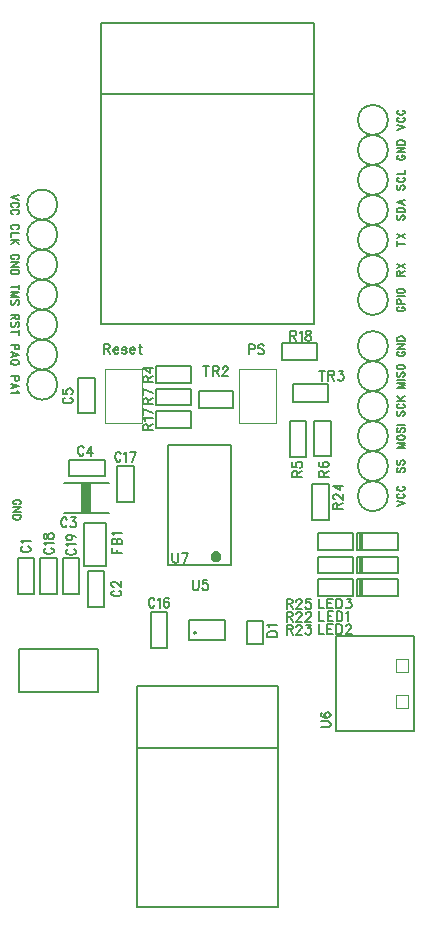
<source format=gbr>
G71*
G90*
G04 Quadcept GERBER*
%MOMM*%
%FSLAX44Y44*%
%ADD10C,0*%
%ADD11C,0.1*%
%ADD12C,0.15*%
%ADD13C,0.2*%
G54D10*
G75*
G36*
G01X11810Y158301D02*
G01X11775Y158702D01*
G01X11705Y159099D01*
G01X11601Y159488D01*
G01X11463Y159866D01*
G01X11293Y160231D01*
G01X11092Y160579D01*
G01X10861Y160909D01*
G01X10602Y161217D01*
G01X10317Y161502D01*
G01X10009Y161761D01*
G01X9679Y161992D01*
G01X9331Y162193D01*
G01X8966Y162363D01*
G01X8588Y162501D01*
G01X8199Y162605D01*
G01X7802Y162675D01*
G01X7401Y162710D01*
G01X6999Y162710D01*
G01X6598Y162675D01*
G01X6201Y162605D01*
G01X5812Y162501D01*
G01X5434Y162363D01*
G01X5069Y162193D01*
G01X4721Y161992D01*
G01X4391Y161761D01*
G01X4083Y161502D01*
G01X3798Y161217D01*
G01X3539Y160909D01*
G01X3308Y160579D01*
G01X3107Y160231D01*
G01X2937Y159866D01*
G01X2799Y159488D01*
G01X2695Y159099D01*
G01X2625Y158702D01*
G01X2590Y158301D01*
G01X2590Y157899D01*
G01X2625Y157498D01*
G01X2695Y157101D01*
G01X2799Y156712D01*
G01X2937Y156334D01*
G01X3107Y155969D01*
G01X3308Y155621D01*
G01X3539Y155291D01*
G01X3798Y154983D01*
G01X4083Y154698D01*
G01X4391Y154439D01*
G01X4721Y154208D01*
G01X5069Y154007D01*
G01X5434Y153837D01*
G01X5812Y153699D01*
G01X6201Y153595D01*
G01X6598Y153525D01*
G01X6999Y153490D01*
G01X7401Y153490D01*
G01X7802Y153525D01*
G01X8199Y153595D01*
G01X8588Y153699D01*
G01X8966Y153837D01*
G01X9331Y154007D01*
G01X9679Y154208D01*
G01X10009Y154439D01*
G01X10317Y154698D01*
G01X10602Y154983D01*
G01X10861Y155291D01*
G01X11092Y155621D01*
G01X11293Y155969D01*
G01X11463Y156334D01*
G01X11601Y156712D01*
G01X11705Y157101D01*
G01X11775Y157498D01*
G01X11810Y157899D01*
G01X11810Y158301D01*
G37*
G54D11*
G01X26700Y271200D02*
G01X26700Y317200D01*
G01X26700Y317200D02*
G01X58200Y317200D01*
G01X58200Y271200D02*
G01X26700Y271200D01*
G01X58200Y317200D02*
G01X58200Y271200D01*
G01X-55500Y316900D02*
G01X-55500Y270900D01*
G01X-55500Y270900D02*
G01X-87000Y270900D01*
G01X-87000Y316900D02*
G01X-55500Y316900D01*
G01X-87000Y270900D02*
G01X-87000Y316900D01*
G01X170000Y30000D02*
G01X170000Y41000D01*
G01X170000Y41000D02*
G01X160000Y41000D01*
G01X160000Y41000D02*
G01X160000Y30000D01*
G01X160000Y30000D02*
G01X170000Y30000D01*
G01X170000Y60000D02*
G01X170000Y71000D01*
G01X170000Y71000D02*
G01X160000Y71000D01*
G01X160000Y71000D02*
G01X160000Y60000D01*
G01X160000Y60000D02*
G01X170000Y60000D01*
G54D12*
G01X-156200Y166640D02*
G01X-157000Y166320D01*
G01X-157000Y166320D02*
G01X-157800Y165716D01*
G01X-157800Y165716D02*
G01X-158200Y165076D01*
G01X-158200Y165076D02*
G01X-158200Y163831D01*
G01X-158200Y163831D02*
G01X-157800Y163227D01*
G01X-157800Y163227D02*
G01X-157000Y162587D01*
G01X-157000Y162587D02*
G01X-156200Y162302D01*
G01X-156200Y162302D02*
G01X-155000Y161982D01*
G01X-155000Y161982D02*
G01X-153000Y161982D01*
G01X-153000Y161982D02*
G01X-151800Y162302D01*
G01X-151800Y162302D02*
G01X-151000Y162587D01*
G01X-151000Y162587D02*
G01X-150200Y163227D01*
G01X-150200Y163227D02*
G01X-149800Y163831D01*
G01X-149800Y163831D02*
G01X-149800Y165076D01*
G01X-149800Y165076D02*
G01X-150200Y165716D01*
G01X-150200Y165716D02*
G01X-151000Y166320D01*
G01X-151000Y166320D02*
G01X-151800Y166640D01*
G01X-156600Y169640D02*
G01X-157000Y170351D01*
G01X-157000Y170351D02*
G01X-158200Y171418D01*
G01X-158200Y171418D02*
G01X-149800Y171418D01*
G01X-79450Y129340D02*
G01X-80250Y129020D01*
G01X-80250Y129020D02*
G01X-81050Y128416D01*
G01X-81050Y128416D02*
G01X-81450Y127776D01*
G01X-81450Y127776D02*
G01X-81450Y126531D01*
G01X-81450Y126531D02*
G01X-81050Y125927D01*
G01X-81050Y125927D02*
G01X-80250Y125287D01*
G01X-80250Y125287D02*
G01X-79450Y125002D01*
G01X-79450Y125002D02*
G01X-78250Y124682D01*
G01X-78250Y124682D02*
G01X-76250Y124682D01*
G01X-76250Y124682D02*
G01X-75050Y125002D01*
G01X-75050Y125002D02*
G01X-74250Y125287D01*
G01X-74250Y125287D02*
G01X-73450Y125927D01*
G01X-73450Y125927D02*
G01X-73050Y126531D01*
G01X-73050Y126531D02*
G01X-73050Y127776D01*
G01X-73050Y127776D02*
G01X-73450Y128416D01*
G01X-73450Y128416D02*
G01X-74250Y129020D01*
G01X-74250Y129020D02*
G01X-75050Y129340D01*
G01X-79450Y132696D02*
G01X-79850Y132696D01*
G01X-79850Y132696D02*
G01X-80650Y133051D01*
G01X-80650Y133051D02*
G01X-81050Y133407D01*
G01X-81050Y133407D02*
G01X-81450Y134118D01*
G01X-81450Y134118D02*
G01X-81450Y135540D01*
G01X-81450Y135540D02*
G01X-81050Y136251D01*
G01X-81050Y136251D02*
G01X-80650Y136607D01*
G01X-80650Y136607D02*
G01X-79850Y136962D01*
G01X-79850Y136962D02*
G01X-79050Y136962D01*
G01X-79050Y136962D02*
G01X-78250Y136607D01*
G01X-78250Y136607D02*
G01X-77050Y135896D01*
G01X-77050Y135896D02*
G01X-73050Y132340D01*
G01X-73050Y132340D02*
G01X-73050Y137318D01*
G01X-119160Y189200D02*
G01X-119480Y190000D01*
G01X-119480Y190000D02*
G01X-120084Y190800D01*
G01X-120084Y190800D02*
G01X-120724Y191200D01*
G01X-120724Y191200D02*
G01X-121969Y191200D01*
G01X-121969Y191200D02*
G01X-122573Y190800D01*
G01X-122573Y190800D02*
G01X-123213Y190000D01*
G01X-123213Y190000D02*
G01X-123498Y189200D01*
G01X-123498Y189200D02*
G01X-123818Y188000D01*
G01X-123818Y188000D02*
G01X-123818Y186000D01*
G01X-123818Y186000D02*
G01X-123498Y184800D01*
G01X-123498Y184800D02*
G01X-123213Y184000D01*
G01X-123213Y184000D02*
G01X-122573Y183200D01*
G01X-122573Y183200D02*
G01X-121969Y182800D01*
G01X-121969Y182800D02*
G01X-120724Y182800D01*
G01X-120724Y182800D02*
G01X-120084Y183200D01*
G01X-120084Y183200D02*
G01X-119480Y184000D01*
G01X-119480Y184000D02*
G01X-119160Y184800D01*
G01X-115449Y191200D02*
G01X-111538Y191200D01*
G01X-111538Y191200D02*
G01X-113671Y188000D01*
G01X-113671Y188000D02*
G01X-112604Y188000D01*
G01X-112604Y188000D02*
G01X-111893Y187600D01*
G01X-111893Y187600D02*
G01X-111538Y187200D01*
G01X-111538Y187200D02*
G01X-111182Y186000D01*
G01X-111182Y186000D02*
G01X-111182Y185200D01*
G01X-111182Y185200D02*
G01X-111538Y184000D01*
G01X-111538Y184000D02*
G01X-112249Y183200D01*
G01X-112249Y183200D02*
G01X-113316Y182800D01*
G01X-113316Y182800D02*
G01X-114382Y182800D01*
G01X-114382Y182800D02*
G01X-115449Y183200D01*
G01X-115449Y183200D02*
G01X-115804Y183600D01*
G01X-115804Y183600D02*
G01X-116160Y184400D01*
G01X-104900Y249850D02*
G01X-105220Y250650D01*
G01X-105220Y250650D02*
G01X-105824Y251450D01*
G01X-105824Y251450D02*
G01X-106464Y251850D01*
G01X-106464Y251850D02*
G01X-107709Y251850D01*
G01X-107709Y251850D02*
G01X-108313Y251450D01*
G01X-108313Y251450D02*
G01X-108953Y250650D01*
G01X-108953Y250650D02*
G01X-109238Y249850D01*
G01X-109238Y249850D02*
G01X-109558Y248650D01*
G01X-109558Y248650D02*
G01X-109558Y246650D01*
G01X-109558Y246650D02*
G01X-109238Y245450D01*
G01X-109238Y245450D02*
G01X-108953Y244650D01*
G01X-108953Y244650D02*
G01X-108313Y243850D01*
G01X-108313Y243850D02*
G01X-107709Y243450D01*
G01X-107709Y243450D02*
G01X-106464Y243450D01*
G01X-106464Y243450D02*
G01X-105824Y243850D01*
G01X-105824Y243850D02*
G01X-105220Y244650D01*
G01X-105220Y244650D02*
G01X-104900Y245450D01*
G01X-98273Y251850D02*
G01X-101900Y245983D01*
G01X-101900Y245983D02*
G01X-97242Y245983D01*
G01X-98273Y251850D02*
G01X-98273Y243450D01*
G01X-120450Y292440D02*
G01X-121250Y292120D01*
G01X-121250Y292120D02*
G01X-122050Y291516D01*
G01X-122050Y291516D02*
G01X-122450Y290876D01*
G01X-122450Y290876D02*
G01X-122450Y289631D01*
G01X-122450Y289631D02*
G01X-122050Y289027D01*
G01X-122050Y289027D02*
G01X-121250Y288387D01*
G01X-121250Y288387D02*
G01X-120450Y288102D01*
G01X-120450Y288102D02*
G01X-119250Y287782D01*
G01X-119250Y287782D02*
G01X-117250Y287782D01*
G01X-117250Y287782D02*
G01X-116050Y288102D01*
G01X-116050Y288102D02*
G01X-115250Y288387D01*
G01X-115250Y288387D02*
G01X-114450Y289027D01*
G01X-114450Y289027D02*
G01X-114050Y289631D01*
G01X-114050Y289631D02*
G01X-114050Y290876D01*
G01X-114050Y290876D02*
G01X-114450Y291516D01*
G01X-114450Y291516D02*
G01X-115250Y292120D01*
G01X-115250Y292120D02*
G01X-116050Y292440D01*
G01X-122450Y299707D02*
G01X-122450Y296151D01*
G01X-122450Y296151D02*
G01X-118850Y295796D01*
G01X-118850Y295796D02*
G01X-119250Y296151D01*
G01X-119250Y296151D02*
G01X-119650Y297218D01*
G01X-119650Y297218D02*
G01X-119650Y298284D01*
G01X-119650Y298284D02*
G01X-119250Y299351D01*
G01X-119250Y299351D02*
G01X-118450Y300062D01*
G01X-118450Y300062D02*
G01X-117250Y300418D01*
G01X-117250Y300418D02*
G01X-116450Y300418D01*
G01X-116450Y300418D02*
G01X-115250Y300062D01*
G01X-115250Y300062D02*
G01X-114450Y299351D01*
G01X-114450Y299351D02*
G01X-114050Y298284D01*
G01X-114050Y298284D02*
G01X-114050Y297218D01*
G01X-114050Y297218D02*
G01X-114450Y296151D01*
G01X-114450Y296151D02*
G01X-114850Y295796D01*
G01X-114850Y295796D02*
G01X-115650Y295440D01*
G01X-44971Y121150D02*
G01X-45291Y121950D01*
G01X-45291Y121950D02*
G01X-45896Y122750D01*
G01X-45896Y122750D02*
G01X-46536Y123150D01*
G01X-46536Y123150D02*
G01X-47780Y123150D01*
G01X-47780Y123150D02*
G01X-48384Y122750D01*
G01X-48384Y122750D02*
G01X-49024Y121950D01*
G01X-49024Y121950D02*
G01X-49309Y121150D01*
G01X-49309Y121150D02*
G01X-49629Y119950D01*
G01X-49629Y119950D02*
G01X-49629Y117950D01*
G01X-49629Y117950D02*
G01X-49309Y116750D01*
G01X-49309Y116750D02*
G01X-49024Y115950D01*
G01X-49024Y115950D02*
G01X-48384Y115150D01*
G01X-48384Y115150D02*
G01X-47780Y114750D01*
G01X-47780Y114750D02*
G01X-46536Y114750D01*
G01X-46536Y114750D02*
G01X-45896Y115150D01*
G01X-45896Y115150D02*
G01X-45291Y115950D01*
G01X-45291Y115950D02*
G01X-44971Y116750D01*
G01X-41971Y121550D02*
G01X-41260Y121950D01*
G01X-41260Y121950D02*
G01X-40193Y123150D01*
G01X-40193Y123150D02*
G01X-40193Y114750D01*
G01X-32927Y121950D02*
G01X-33282Y122750D01*
G01X-33282Y122750D02*
G01X-34349Y123150D01*
G01X-34349Y123150D02*
G01X-35060Y123150D01*
G01X-35060Y123150D02*
G01X-36127Y122750D01*
G01X-36127Y122750D02*
G01X-36838Y121550D01*
G01X-36838Y121550D02*
G01X-37193Y119550D01*
G01X-37193Y119550D02*
G01X-37193Y117550D01*
G01X-37193Y117550D02*
G01X-36838Y115950D01*
G01X-36838Y115950D02*
G01X-36127Y115150D01*
G01X-36127Y115150D02*
G01X-35060Y114750D01*
G01X-35060Y114750D02*
G01X-34704Y114750D01*
G01X-34704Y114750D02*
G01X-33638Y115150D01*
G01X-33638Y115150D02*
G01X-32927Y115950D01*
G01X-32927Y115950D02*
G01X-32571Y117150D01*
G01X-32571Y117150D02*
G01X-32571Y117550D01*
G01X-32571Y117550D02*
G01X-32927Y118750D01*
G01X-32927Y118750D02*
G01X-33638Y119550D01*
G01X-33638Y119550D02*
G01X-34704Y119950D01*
G01X-34704Y119950D02*
G01X-35060Y119950D01*
G01X-35060Y119950D02*
G01X-36127Y119550D01*
G01X-36127Y119550D02*
G01X-36838Y118750D01*
G01X-36838Y118750D02*
G01X-37193Y117550D01*
G01X-73549Y244750D02*
G01X-73869Y245550D01*
G01X-73869Y245550D02*
G01X-74473Y246350D01*
G01X-74473Y246350D02*
G01X-75113Y246750D01*
G01X-75113Y246750D02*
G01X-76358Y246750D01*
G01X-76358Y246750D02*
G01X-76962Y246350D01*
G01X-76962Y246350D02*
G01X-77602Y245550D01*
G01X-77602Y245550D02*
G01X-77887Y244750D01*
G01X-77887Y244750D02*
G01X-78207Y243550D01*
G01X-78207Y243550D02*
G01X-78207Y241550D01*
G01X-78207Y241550D02*
G01X-77887Y240350D01*
G01X-77887Y240350D02*
G01X-77602Y239550D01*
G01X-77602Y239550D02*
G01X-76962Y238750D01*
G01X-76962Y238750D02*
G01X-76358Y238350D01*
G01X-76358Y238350D02*
G01X-75113Y238350D01*
G01X-75113Y238350D02*
G01X-74473Y238750D01*
G01X-74473Y238750D02*
G01X-73869Y239550D01*
G01X-73869Y239550D02*
G01X-73549Y240350D01*
G01X-70549Y245150D02*
G01X-69838Y245550D01*
G01X-69838Y245550D02*
G01X-68771Y246750D01*
G01X-68771Y246750D02*
G01X-68771Y238350D01*
G01X-60793Y246750D02*
G01X-64349Y238350D01*
G01X-65771Y246750D02*
G01X-60793Y246750D01*
G01X-136750Y165151D02*
G01X-137550Y164831D01*
G01X-137550Y164831D02*
G01X-138350Y164227D01*
G01X-138350Y164227D02*
G01X-138750Y163587D01*
G01X-138750Y163587D02*
G01X-138750Y162342D01*
G01X-138750Y162342D02*
G01X-138350Y161738D01*
G01X-138350Y161738D02*
G01X-137550Y161098D01*
G01X-137550Y161098D02*
G01X-136750Y160813D01*
G01X-136750Y160813D02*
G01X-135550Y160493D01*
G01X-135550Y160493D02*
G01X-133550Y160493D01*
G01X-133550Y160493D02*
G01X-132350Y160813D01*
G01X-132350Y160813D02*
G01X-131550Y161098D01*
G01X-131550Y161098D02*
G01X-130750Y161738D01*
G01X-130750Y161738D02*
G01X-130350Y162342D01*
G01X-130350Y162342D02*
G01X-130350Y163587D01*
G01X-130350Y163587D02*
G01X-130750Y164227D01*
G01X-130750Y164227D02*
G01X-131550Y164831D01*
G01X-131550Y164831D02*
G01X-132350Y165151D01*
G01X-137150Y168151D02*
G01X-137550Y168862D01*
G01X-137550Y168862D02*
G01X-138750Y169929D01*
G01X-138750Y169929D02*
G01X-130350Y169929D01*
G01X-138750Y174707D02*
G01X-138350Y173640D01*
G01X-138350Y173640D02*
G01X-137550Y173284D01*
G01X-137550Y173284D02*
G01X-136750Y173284D01*
G01X-136750Y173284D02*
G01X-135950Y173640D01*
G01X-135950Y173640D02*
G01X-135550Y174351D01*
G01X-135550Y174351D02*
G01X-135150Y175773D01*
G01X-135150Y175773D02*
G01X-134750Y176840D01*
G01X-134750Y176840D02*
G01X-133950Y177551D01*
G01X-133950Y177551D02*
G01X-133150Y177907D01*
G01X-133150Y177907D02*
G01X-131950Y177907D01*
G01X-131950Y177907D02*
G01X-131150Y177551D01*
G01X-131150Y177551D02*
G01X-130750Y177196D01*
G01X-130750Y177196D02*
G01X-130350Y176129D01*
G01X-130350Y176129D02*
G01X-130350Y174707D01*
G01X-130350Y174707D02*
G01X-130750Y173640D01*
G01X-130750Y173640D02*
G01X-131150Y173284D01*
G01X-131150Y173284D02*
G01X-131950Y172929D01*
G01X-131950Y172929D02*
G01X-133150Y172929D01*
G01X-133150Y172929D02*
G01X-133950Y173284D01*
G01X-133950Y173284D02*
G01X-134750Y173996D01*
G01X-134750Y173996D02*
G01X-135150Y175062D01*
G01X-135150Y175062D02*
G01X-135550Y176484D01*
G01X-135550Y176484D02*
G01X-135950Y177196D01*
G01X-135950Y177196D02*
G01X-136750Y177551D01*
G01X-136750Y177551D02*
G01X-137550Y177551D01*
G01X-137550Y177551D02*
G01X-138350Y177196D01*
G01X-138350Y177196D02*
G01X-138750Y176129D01*
G01X-138750Y176129D02*
G01X-138750Y174707D01*
G01X-117750Y164329D02*
G01X-118550Y164009D01*
G01X-118550Y164009D02*
G01X-119350Y163404D01*
G01X-119350Y163404D02*
G01X-119750Y162764D01*
G01X-119750Y162764D02*
G01X-119750Y161520D01*
G01X-119750Y161520D02*
G01X-119350Y160916D01*
G01X-119350Y160916D02*
G01X-118550Y160276D01*
G01X-118550Y160276D02*
G01X-117750Y159991D01*
G01X-117750Y159991D02*
G01X-116550Y159671D01*
G01X-116550Y159671D02*
G01X-114550Y159671D01*
G01X-114550Y159671D02*
G01X-113350Y159991D01*
G01X-113350Y159991D02*
G01X-112550Y160276D01*
G01X-112550Y160276D02*
G01X-111750Y160916D01*
G01X-111750Y160916D02*
G01X-111350Y161520D01*
G01X-111350Y161520D02*
G01X-111350Y162764D01*
G01X-111350Y162764D02*
G01X-111750Y163404D01*
G01X-111750Y163404D02*
G01X-112550Y164009D01*
G01X-112550Y164009D02*
G01X-113350Y164329D01*
G01X-118150Y167329D02*
G01X-118550Y168040D01*
G01X-118550Y168040D02*
G01X-119750Y169107D01*
G01X-119750Y169107D02*
G01X-111350Y169107D01*
G01X-116950Y176729D02*
G01X-115750Y176373D01*
G01X-115750Y176373D02*
G01X-114950Y175662D01*
G01X-114950Y175662D02*
G01X-114550Y174596D01*
G01X-114550Y174596D02*
G01X-114550Y174240D01*
G01X-114550Y174240D02*
G01X-114950Y173173D01*
G01X-114950Y173173D02*
G01X-115750Y172462D01*
G01X-115750Y172462D02*
G01X-116950Y172107D01*
G01X-116950Y172107D02*
G01X-117350Y172107D01*
G01X-117350Y172107D02*
G01X-118550Y172462D01*
G01X-118550Y172462D02*
G01X-119350Y173173D01*
G01X-119350Y173173D02*
G01X-119750Y174240D01*
G01X-119750Y174240D02*
G01X-119750Y174596D01*
G01X-119750Y174596D02*
G01X-119350Y175662D01*
G01X-119350Y175662D02*
G01X-118550Y176373D01*
G01X-118550Y176373D02*
G01X-116950Y176729D01*
G01X-116950Y176729D02*
G01X-115750Y176373D01*
G01X-115750Y176373D02*
G01X-111350Y174418D01*
G01X50577Y90292D02*
G01X58977Y90292D01*
G01X50577Y90292D02*
G01X50577Y92781D01*
G01X50577Y92781D02*
G01X50977Y93848D01*
G01X50977Y93848D02*
G01X51777Y94559D01*
G01X51777Y94559D02*
G01X52577Y94914D01*
G01X52577Y94914D02*
G01X53777Y95270D01*
G01X53777Y95270D02*
G01X55777Y95270D01*
G01X55777Y95270D02*
G01X56977Y94914D01*
G01X56977Y94914D02*
G01X57777Y94559D01*
G01X57777Y94559D02*
G01X58577Y93848D01*
G01X58577Y93848D02*
G01X58977Y92781D01*
G01X58977Y92781D02*
G01X58977Y90292D01*
G01X52177Y98270D02*
G01X51777Y98981D01*
G01X51777Y98981D02*
G01X50577Y100048D01*
G01X50577Y100048D02*
G01X58977Y100048D01*
G01X-80850Y160711D02*
G01X-72450Y160711D01*
G01X-80850Y160711D02*
G01X-80850Y165333D01*
G01X-76850Y160711D02*
G01X-76850Y163556D01*
G01X-80850Y168333D02*
G01X-72450Y168333D01*
G01X-80850Y168333D02*
G01X-80850Y171533D01*
G01X-80850Y171533D02*
G01X-80450Y172600D01*
G01X-80450Y172600D02*
G01X-80050Y172956D01*
G01X-80050Y172956D02*
G01X-79250Y173311D01*
G01X-79250Y173311D02*
G01X-78450Y173311D01*
G01X-78450Y173311D02*
G01X-77650Y172956D01*
G01X-77650Y172956D02*
G01X-77250Y172600D01*
G01X-77250Y172600D02*
G01X-76850Y171533D01*
G01X-76850Y168333D02*
G01X-76850Y171533D01*
G01X-76850Y171533D02*
G01X-76450Y172600D01*
G01X-76450Y172600D02*
G01X-76050Y172956D01*
G01X-76050Y172956D02*
G01X-75250Y173311D01*
G01X-75250Y173311D02*
G01X-74050Y173311D01*
G01X-74050Y173311D02*
G01X-73250Y172956D01*
G01X-73250Y172956D02*
G01X-72850Y172600D01*
G01X-72850Y172600D02*
G01X-72450Y171533D01*
G01X-72450Y171533D02*
G01X-72450Y168333D01*
G01X-79250Y176311D02*
G01X-79650Y177022D01*
G01X-79650Y177022D02*
G01X-80850Y178089D01*
G01X-80850Y178089D02*
G01X-72450Y178089D01*
G01X34822Y337900D02*
G01X34822Y329500D01*
G01X34822Y337900D02*
G01X38022Y337900D01*
G01X38022Y337900D02*
G01X39089Y337500D01*
G01X39089Y337500D02*
G01X39444Y337100D01*
G01X39444Y337100D02*
G01X39800Y336300D01*
G01X39800Y336300D02*
G01X39800Y335100D01*
G01X39800Y335100D02*
G01X39444Y334300D01*
G01X39444Y334300D02*
G01X39089Y333900D01*
G01X39089Y333900D02*
G01X38022Y333500D01*
G01X38022Y333500D02*
G01X34822Y333500D01*
G01X47778Y336700D02*
G01X47067Y337500D01*
G01X47067Y337500D02*
G01X46000Y337900D01*
G01X46000Y337900D02*
G01X44578Y337900D01*
G01X44578Y337900D02*
G01X43511Y337500D01*
G01X43511Y337500D02*
G01X42800Y336700D01*
G01X42800Y336700D02*
G01X42800Y335900D01*
G01X42800Y335900D02*
G01X43156Y335100D01*
G01X43156Y335100D02*
G01X43511Y334700D01*
G01X43511Y334700D02*
G01X44222Y334300D01*
G01X44222Y334300D02*
G01X46356Y333500D01*
G01X46356Y333500D02*
G01X47067Y333100D01*
G01X47067Y333100D02*
G01X47422Y332700D01*
G01X47422Y332700D02*
G01X47778Y331900D01*
G01X47778Y331900D02*
G01X47778Y330700D01*
G01X47778Y330700D02*
G01X47067Y329900D01*
G01X47067Y329900D02*
G01X46000Y329500D01*
G01X46000Y329500D02*
G01X44578Y329500D01*
G01X44578Y329500D02*
G01X43511Y329900D01*
G01X43511Y329900D02*
G01X42800Y330700D01*
G01X-54250Y305932D02*
G01X-45850Y305932D01*
G01X-54250Y305932D02*
G01X-54250Y309132D01*
G01X-54250Y309132D02*
G01X-53850Y310199D01*
G01X-53850Y310199D02*
G01X-53450Y310554D01*
G01X-53450Y310554D02*
G01X-52650Y310910D01*
G01X-52650Y310910D02*
G01X-51850Y310910D01*
G01X-51850Y310910D02*
G01X-51050Y310554D01*
G01X-51050Y310554D02*
G01X-50650Y310199D01*
G01X-50650Y310199D02*
G01X-50250Y309132D01*
G01X-50250Y309132D02*
G01X-50250Y305932D01*
G01X-50250Y308421D02*
G01X-45850Y310910D01*
G01X-54250Y317537D02*
G01X-48383Y313910D01*
G01X-48383Y313910D02*
G01X-48383Y318568D01*
G01X-54250Y317537D02*
G01X-45850Y317537D01*
G01X71800Y225522D02*
G01X80200Y225522D01*
G01X71800Y225522D02*
G01X71800Y228722D01*
G01X71800Y228722D02*
G01X72200Y229789D01*
G01X72200Y229789D02*
G01X72600Y230144D01*
G01X72600Y230144D02*
G01X73400Y230500D01*
G01X73400Y230500D02*
G01X74200Y230500D01*
G01X74200Y230500D02*
G01X75000Y230144D01*
G01X75000Y230144D02*
G01X75400Y229789D01*
G01X75400Y229789D02*
G01X75800Y228722D01*
G01X75800Y228722D02*
G01X75800Y225522D01*
G01X75800Y228011D02*
G01X80200Y230500D01*
G01X71800Y237767D02*
G01X71800Y234211D01*
G01X71800Y234211D02*
G01X75400Y233856D01*
G01X75400Y233856D02*
G01X75000Y234211D01*
G01X75000Y234211D02*
G01X74600Y235278D01*
G01X74600Y235278D02*
G01X74600Y236344D01*
G01X74600Y236344D02*
G01X75000Y237411D01*
G01X75000Y237411D02*
G01X75800Y238122D01*
G01X75800Y238122D02*
G01X77000Y238478D01*
G01X77000Y238478D02*
G01X77800Y238478D01*
G01X77800Y238478D02*
G01X79000Y238122D01*
G01X79000Y238122D02*
G01X79800Y237411D01*
G01X79800Y237411D02*
G01X80200Y236344D01*
G01X80200Y236344D02*
G01X80200Y235278D01*
G01X80200Y235278D02*
G01X79800Y234211D01*
G01X79800Y234211D02*
G01X79400Y233856D01*
G01X79400Y233856D02*
G01X78600Y233500D01*
G01X94250Y225800D02*
G01X102650Y225800D01*
G01X94250Y225800D02*
G01X94250Y229000D01*
G01X94250Y229000D02*
G01X94650Y230067D01*
G01X94650Y230067D02*
G01X95050Y230422D01*
G01X95050Y230422D02*
G01X95850Y230778D01*
G01X95850Y230778D02*
G01X96650Y230778D01*
G01X96650Y230778D02*
G01X97450Y230422D01*
G01X97450Y230422D02*
G01X97850Y230067D01*
G01X97850Y230067D02*
G01X98250Y229000D01*
G01X98250Y229000D02*
G01X98250Y225800D01*
G01X98250Y228289D02*
G01X102650Y230778D01*
G01X95450Y238044D02*
G01X94650Y237689D01*
G01X94650Y237689D02*
G01X94250Y236622D01*
G01X94250Y236622D02*
G01X94250Y235911D01*
G01X94250Y235911D02*
G01X94650Y234844D01*
G01X94650Y234844D02*
G01X95850Y234133D01*
G01X95850Y234133D02*
G01X97850Y233778D01*
G01X97850Y233778D02*
G01X99850Y233778D01*
G01X99850Y233778D02*
G01X101450Y234133D01*
G01X101450Y234133D02*
G01X102250Y234844D01*
G01X102250Y234844D02*
G01X102650Y235911D01*
G01X102650Y235911D02*
G01X102650Y236267D01*
G01X102650Y236267D02*
G01X102250Y237333D01*
G01X102250Y237333D02*
G01X101450Y238044D01*
G01X101450Y238044D02*
G01X100250Y238400D01*
G01X100250Y238400D02*
G01X99850Y238400D01*
G01X99850Y238400D02*
G01X98650Y238044D01*
G01X98650Y238044D02*
G01X97850Y237333D01*
G01X97850Y237333D02*
G01X97450Y236267D01*
G01X97450Y236267D02*
G01X97450Y235911D01*
G01X97450Y235911D02*
G01X97850Y234844D01*
G01X97850Y234844D02*
G01X98650Y234133D01*
G01X98650Y234133D02*
G01X99850Y233778D01*
G01X-54250Y287172D02*
G01X-45850Y287172D01*
G01X-54250Y287172D02*
G01X-54250Y290372D01*
G01X-54250Y290372D02*
G01X-53850Y291439D01*
G01X-53850Y291439D02*
G01X-53450Y291794D01*
G01X-53450Y291794D02*
G01X-52650Y292150D01*
G01X-52650Y292150D02*
G01X-51850Y292150D01*
G01X-51850Y292150D02*
G01X-51050Y291794D01*
G01X-51050Y291794D02*
G01X-50650Y291439D01*
G01X-50650Y291439D02*
G01X-50250Y290372D01*
G01X-50250Y290372D02*
G01X-50250Y287172D01*
G01X-50250Y289661D02*
G01X-45850Y292150D01*
G01X-54250Y300128D02*
G01X-45850Y296572D01*
G01X-54250Y295150D02*
G01X-54250Y300128D01*
G01X-54250Y265283D02*
G01X-45850Y265283D01*
G01X-54250Y265283D02*
G01X-54250Y268483D01*
G01X-54250Y268483D02*
G01X-53850Y269550D01*
G01X-53850Y269550D02*
G01X-53450Y269906D01*
G01X-53450Y269906D02*
G01X-52650Y270261D01*
G01X-52650Y270261D02*
G01X-51850Y270261D01*
G01X-51850Y270261D02*
G01X-51050Y269906D01*
G01X-51050Y269906D02*
G01X-50650Y269550D01*
G01X-50650Y269550D02*
G01X-50250Y268483D01*
G01X-50250Y268483D02*
G01X-50250Y265283D01*
G01X-50250Y267772D02*
G01X-45850Y270261D01*
G01X-52650Y273261D02*
G01X-53050Y273972D01*
G01X-53050Y273972D02*
G01X-54250Y275039D01*
G01X-54250Y275039D02*
G01X-45850Y275039D01*
G01X-54250Y283017D02*
G01X-45850Y279461D01*
G01X-54250Y278039D02*
G01X-54250Y283017D01*
G01X70133Y349200D02*
G01X70133Y340800D01*
G01X70133Y349200D02*
G01X73333Y349200D01*
G01X73333Y349200D02*
G01X74400Y348800D01*
G01X74400Y348800D02*
G01X74756Y348400D01*
G01X74756Y348400D02*
G01X75111Y347600D01*
G01X75111Y347600D02*
G01X75111Y346800D01*
G01X75111Y346800D02*
G01X74756Y346000D01*
G01X74756Y346000D02*
G01X74400Y345600D01*
G01X74400Y345600D02*
G01X73333Y345200D01*
G01X73333Y345200D02*
G01X70133Y345200D01*
G01X72622Y345200D02*
G01X75111Y340800D01*
G01X78111Y347600D02*
G01X78822Y348000D01*
G01X78822Y348000D02*
G01X79889Y349200D01*
G01X79889Y349200D02*
G01X79889Y340800D01*
G01X84667Y349200D02*
G01X83600Y348800D01*
G01X83600Y348800D02*
G01X83244Y348000D01*
G01X83244Y348000D02*
G01X83244Y347200D01*
G01X83244Y347200D02*
G01X83600Y346400D01*
G01X83600Y346400D02*
G01X84311Y346000D01*
G01X84311Y346000D02*
G01X85733Y345600D01*
G01X85733Y345600D02*
G01X86800Y345200D01*
G01X86800Y345200D02*
G01X87511Y344400D01*
G01X87511Y344400D02*
G01X87867Y343600D01*
G01X87867Y343600D02*
G01X87867Y342400D01*
G01X87867Y342400D02*
G01X87511Y341600D01*
G01X87511Y341600D02*
G01X87156Y341200D01*
G01X87156Y341200D02*
G01X86089Y340800D01*
G01X86089Y340800D02*
G01X84667Y340800D01*
G01X84667Y340800D02*
G01X83600Y341200D01*
G01X83600Y341200D02*
G01X83244Y341600D01*
G01X83244Y341600D02*
G01X82889Y342400D01*
G01X82889Y342400D02*
G01X82889Y343600D01*
G01X82889Y343600D02*
G01X83244Y344400D01*
G01X83244Y344400D02*
G01X83956Y345200D01*
G01X83956Y345200D02*
G01X85022Y345600D01*
G01X85022Y345600D02*
G01X86444Y346000D01*
G01X86444Y346000D02*
G01X87156Y346400D01*
G01X87156Y346400D02*
G01X87511Y347200D01*
G01X87511Y347200D02*
G01X87511Y348000D01*
G01X87511Y348000D02*
G01X87156Y348800D01*
G01X87156Y348800D02*
G01X86089Y349200D01*
G01X86089Y349200D02*
G01X84667Y349200D01*
G01X66983Y111200D02*
G01X66983Y102800D01*
G01X66983Y111200D02*
G01X70183Y111200D01*
G01X70183Y111200D02*
G01X71250Y110800D01*
G01X71250Y110800D02*
G01X71606Y110400D01*
G01X71606Y110400D02*
G01X71961Y109600D01*
G01X71961Y109600D02*
G01X71961Y108800D01*
G01X71961Y108800D02*
G01X71606Y108000D01*
G01X71606Y108000D02*
G01X71250Y107600D01*
G01X71250Y107600D02*
G01X70183Y107200D01*
G01X70183Y107200D02*
G01X66983Y107200D01*
G01X69472Y107200D02*
G01X71961Y102800D01*
G01X75317Y109200D02*
G01X75317Y109600D01*
G01X75317Y109600D02*
G01X75672Y110400D01*
G01X75672Y110400D02*
G01X76028Y110800D01*
G01X76028Y110800D02*
G01X76739Y111200D01*
G01X76739Y111200D02*
G01X78161Y111200D01*
G01X78161Y111200D02*
G01X78872Y110800D01*
G01X78872Y110800D02*
G01X79228Y110400D01*
G01X79228Y110400D02*
G01X79583Y109600D01*
G01X79583Y109600D02*
G01X79583Y108800D01*
G01X79583Y108800D02*
G01X79228Y108000D01*
G01X79228Y108000D02*
G01X78517Y106800D01*
G01X78517Y106800D02*
G01X74961Y102800D01*
G01X74961Y102800D02*
G01X79939Y102800D01*
G01X83294Y109200D02*
G01X83294Y109600D01*
G01X83294Y109600D02*
G01X83650Y110400D01*
G01X83650Y110400D02*
G01X84006Y110800D01*
G01X84006Y110800D02*
G01X84717Y111200D01*
G01X84717Y111200D02*
G01X86139Y111200D01*
G01X86139Y111200D02*
G01X86850Y110800D01*
G01X86850Y110800D02*
G01X87206Y110400D01*
G01X87206Y110400D02*
G01X87561Y109600D01*
G01X87561Y109600D02*
G01X87561Y108800D01*
G01X87561Y108800D02*
G01X87206Y108000D01*
G01X87206Y108000D02*
G01X86494Y106800D01*
G01X86494Y106800D02*
G01X82939Y102800D01*
G01X82939Y102800D02*
G01X87917Y102800D01*
G01X66983Y100450D02*
G01X66983Y92050D01*
G01X66983Y100450D02*
G01X70183Y100450D01*
G01X70183Y100450D02*
G01X71250Y100050D01*
G01X71250Y100050D02*
G01X71606Y99650D01*
G01X71606Y99650D02*
G01X71961Y98850D01*
G01X71961Y98850D02*
G01X71961Y98050D01*
G01X71961Y98050D02*
G01X71606Y97250D01*
G01X71606Y97250D02*
G01X71250Y96850D01*
G01X71250Y96850D02*
G01X70183Y96450D01*
G01X70183Y96450D02*
G01X66983Y96450D01*
G01X69472Y96450D02*
G01X71961Y92050D01*
G01X75317Y98450D02*
G01X75317Y98850D01*
G01X75317Y98850D02*
G01X75672Y99650D01*
G01X75672Y99650D02*
G01X76028Y100050D01*
G01X76028Y100050D02*
G01X76739Y100450D01*
G01X76739Y100450D02*
G01X78161Y100450D01*
G01X78161Y100450D02*
G01X78872Y100050D01*
G01X78872Y100050D02*
G01X79228Y99650D01*
G01X79228Y99650D02*
G01X79583Y98850D01*
G01X79583Y98850D02*
G01X79583Y98050D01*
G01X79583Y98050D02*
G01X79228Y97250D01*
G01X79228Y97250D02*
G01X78517Y96050D01*
G01X78517Y96050D02*
G01X74961Y92050D01*
G01X74961Y92050D02*
G01X79939Y92050D01*
G01X83650Y100450D02*
G01X87561Y100450D01*
G01X87561Y100450D02*
G01X85428Y97250D01*
G01X85428Y97250D02*
G01X86494Y97250D01*
G01X86494Y97250D02*
G01X87206Y96850D01*
G01X87206Y96850D02*
G01X87561Y96450D01*
G01X87561Y96450D02*
G01X87917Y95250D01*
G01X87917Y95250D02*
G01X87917Y94450D01*
G01X87917Y94450D02*
G01X87561Y93250D01*
G01X87561Y93250D02*
G01X86850Y92450D01*
G01X86850Y92450D02*
G01X85783Y92050D01*
G01X85783Y92050D02*
G01X84717Y92050D01*
G01X84717Y92050D02*
G01X83650Y92450D01*
G01X83650Y92450D02*
G01X83294Y92850D01*
G01X83294Y92850D02*
G01X82939Y93650D01*
G01X106050Y198293D02*
G01X114450Y198293D01*
G01X106050Y198293D02*
G01X106050Y201493D01*
G01X106050Y201493D02*
G01X106450Y202560D01*
G01X106450Y202560D02*
G01X106850Y202916D01*
G01X106850Y202916D02*
G01X107650Y203271D01*
G01X107650Y203271D02*
G01X108450Y203271D01*
G01X108450Y203271D02*
G01X109250Y202916D01*
G01X109250Y202916D02*
G01X109650Y202560D01*
G01X109650Y202560D02*
G01X110050Y201493D01*
G01X110050Y201493D02*
G01X110050Y198293D01*
G01X110050Y200782D02*
G01X114450Y203271D01*
G01X108050Y206627D02*
G01X107650Y206627D01*
G01X107650Y206627D02*
G01X106850Y206982D01*
G01X106850Y206982D02*
G01X106450Y207338D01*
G01X106450Y207338D02*
G01X106050Y208049D01*
G01X106050Y208049D02*
G01X106050Y209471D01*
G01X106050Y209471D02*
G01X106450Y210182D01*
G01X106450Y210182D02*
G01X106850Y210538D01*
G01X106850Y210538D02*
G01X107650Y210893D01*
G01X107650Y210893D02*
G01X108450Y210893D01*
G01X108450Y210893D02*
G01X109250Y210538D01*
G01X109250Y210538D02*
G01X110450Y209827D01*
G01X110450Y209827D02*
G01X114450Y206271D01*
G01X114450Y206271D02*
G01X114450Y211249D01*
G01X106050Y217876D02*
G01X111917Y214249D01*
G01X111917Y214249D02*
G01X111917Y218907D01*
G01X106050Y217876D02*
G01X114450Y217876D01*
G01X66983Y122050D02*
G01X66983Y113650D01*
G01X66983Y122050D02*
G01X70183Y122050D01*
G01X70183Y122050D02*
G01X71250Y121650D01*
G01X71250Y121650D02*
G01X71606Y121250D01*
G01X71606Y121250D02*
G01X71961Y120450D01*
G01X71961Y120450D02*
G01X71961Y119650D01*
G01X71961Y119650D02*
G01X71606Y118850D01*
G01X71606Y118850D02*
G01X71250Y118450D01*
G01X71250Y118450D02*
G01X70183Y118050D01*
G01X70183Y118050D02*
G01X66983Y118050D01*
G01X69472Y118050D02*
G01X71961Y113650D01*
G01X75317Y120050D02*
G01X75317Y120450D01*
G01X75317Y120450D02*
G01X75672Y121250D01*
G01X75672Y121250D02*
G01X76028Y121650D01*
G01X76028Y121650D02*
G01X76739Y122050D01*
G01X76739Y122050D02*
G01X78161Y122050D01*
G01X78161Y122050D02*
G01X78872Y121650D01*
G01X78872Y121650D02*
G01X79228Y121250D01*
G01X79228Y121250D02*
G01X79583Y120450D01*
G01X79583Y120450D02*
G01X79583Y119650D01*
G01X79583Y119650D02*
G01X79228Y118850D01*
G01X79228Y118850D02*
G01X78517Y117650D01*
G01X78517Y117650D02*
G01X74961Y113650D01*
G01X74961Y113650D02*
G01X79939Y113650D01*
G01X87206Y122050D02*
G01X83650Y122050D01*
G01X83650Y122050D02*
G01X83294Y118450D01*
G01X83294Y118450D02*
G01X83650Y118850D01*
G01X83650Y118850D02*
G01X84717Y119250D01*
G01X84717Y119250D02*
G01X85783Y119250D01*
G01X85783Y119250D02*
G01X86850Y118850D01*
G01X86850Y118850D02*
G01X87561Y118050D01*
G01X87561Y118050D02*
G01X87917Y116850D01*
G01X87917Y116850D02*
G01X87917Y116050D01*
G01X87917Y116050D02*
G01X87561Y114850D01*
G01X87561Y114850D02*
G01X86850Y114050D01*
G01X86850Y114050D02*
G01X85783Y113650D01*
G01X85783Y113650D02*
G01X84717Y113650D01*
G01X84717Y113650D02*
G01X83650Y114050D01*
G01X83650Y114050D02*
G01X83294Y114450D01*
G01X83294Y114450D02*
G01X82939Y115250D01*
G01X-87733Y338200D02*
G01X-87733Y329800D01*
G01X-87733Y338200D02*
G01X-84533Y338200D01*
G01X-84533Y338200D02*
G01X-83467Y337800D01*
G01X-83467Y337800D02*
G01X-83111Y337400D01*
G01X-83111Y337400D02*
G01X-82756Y336600D01*
G01X-82756Y336600D02*
G01X-82756Y335800D01*
G01X-82756Y335800D02*
G01X-83111Y335000D01*
G01X-83111Y335000D02*
G01X-83467Y334600D01*
G01X-83467Y334600D02*
G01X-84533Y334200D01*
G01X-84533Y334200D02*
G01X-87733Y334200D01*
G01X-85244Y334200D02*
G01X-82756Y329800D01*
G01X-79756Y333000D02*
G01X-75489Y333000D01*
G01X-75489Y333000D02*
G01X-75489Y333800D01*
G01X-75489Y333800D02*
G01X-75844Y334600D01*
G01X-75844Y334600D02*
G01X-76200Y335000D01*
G01X-76200Y335000D02*
G01X-76911Y335400D01*
G01X-76911Y335400D02*
G01X-77978Y335400D01*
G01X-77978Y335400D02*
G01X-78689Y335000D01*
G01X-78689Y335000D02*
G01X-79400Y334200D01*
G01X-79400Y334200D02*
G01X-79756Y333000D01*
G01X-79756Y333000D02*
G01X-79756Y332200D01*
G01X-79756Y332200D02*
G01X-79400Y331000D01*
G01X-79400Y331000D02*
G01X-78689Y330200D01*
G01X-78689Y330200D02*
G01X-77978Y329800D01*
G01X-77978Y329800D02*
G01X-76911Y329800D01*
G01X-76911Y329800D02*
G01X-76200Y330200D01*
G01X-76200Y330200D02*
G01X-75489Y331000D01*
G01X-68578Y334200D02*
G01X-68933Y335000D01*
G01X-68933Y335000D02*
G01X-70000Y335400D01*
G01X-70000Y335400D02*
G01X-71067Y335400D01*
G01X-71067Y335400D02*
G01X-72133Y335000D01*
G01X-72133Y335000D02*
G01X-72489Y334200D01*
G01X-72489Y334200D02*
G01X-72133Y333400D01*
G01X-72133Y333400D02*
G01X-71422Y333000D01*
G01X-71422Y333000D02*
G01X-69644Y332600D01*
G01X-69644Y332600D02*
G01X-68933Y332200D01*
G01X-68933Y332200D02*
G01X-68578Y331400D01*
G01X-68578Y331400D02*
G01X-68578Y331000D01*
G01X-68578Y331000D02*
G01X-68933Y330200D01*
G01X-68933Y330200D02*
G01X-70000Y329800D01*
G01X-70000Y329800D02*
G01X-71067Y329800D01*
G01X-71067Y329800D02*
G01X-72133Y330200D01*
G01X-72133Y330200D02*
G01X-72489Y331000D01*
G01X-65578Y333000D02*
G01X-61311Y333000D01*
G01X-61311Y333000D02*
G01X-61311Y333800D01*
G01X-61311Y333800D02*
G01X-61667Y334600D01*
G01X-61667Y334600D02*
G01X-62022Y335000D01*
G01X-62022Y335000D02*
G01X-62733Y335400D01*
G01X-62733Y335400D02*
G01X-63800Y335400D01*
G01X-63800Y335400D02*
G01X-64511Y335000D01*
G01X-64511Y335000D02*
G01X-65222Y334200D01*
G01X-65222Y334200D02*
G01X-65578Y333000D01*
G01X-65578Y333000D02*
G01X-65578Y332200D01*
G01X-65578Y332200D02*
G01X-65222Y331000D01*
G01X-65222Y331000D02*
G01X-64511Y330200D01*
G01X-64511Y330200D02*
G01X-63800Y329800D01*
G01X-63800Y329800D02*
G01X-62733Y329800D01*
G01X-62733Y329800D02*
G01X-62022Y330200D01*
G01X-62022Y330200D02*
G01X-61311Y331000D01*
G01X-57244Y338200D02*
G01X-57244Y331400D01*
G01X-57244Y331400D02*
G01X-56889Y330200D01*
G01X-56889Y330200D02*
G01X-56178Y329800D01*
G01X-56178Y329800D02*
G01X-55467Y329800D01*
G01X-58311Y335400D02*
G01X-55822Y335400D01*
G01X-0978Y319200D02*
G01X-0978Y310800D01*
G01X-3467Y319200D02*
G01X1511Y319200D01*
G01X4511Y319200D02*
G01X4511Y310800D01*
G01X4511Y319200D02*
G01X7711Y319200D01*
G01X7711Y319200D02*
G01X8778Y318800D01*
G01X8778Y318800D02*
G01X9133Y318400D01*
G01X9133Y318400D02*
G01X9489Y317600D01*
G01X9489Y317600D02*
G01X9489Y316800D01*
G01X9489Y316800D02*
G01X9133Y316000D01*
G01X9133Y316000D02*
G01X8778Y315600D01*
G01X8778Y315600D02*
G01X7711Y315200D01*
G01X7711Y315200D02*
G01X4511Y315200D01*
G01X7000Y315200D02*
G01X9489Y310800D01*
G01X12844Y317200D02*
G01X12844Y317600D01*
G01X12844Y317600D02*
G01X13200Y318400D01*
G01X13200Y318400D02*
G01X13556Y318800D01*
G01X13556Y318800D02*
G01X14267Y319200D01*
G01X14267Y319200D02*
G01X15689Y319200D01*
G01X15689Y319200D02*
G01X16400Y318800D01*
G01X16400Y318800D02*
G01X16756Y318400D01*
G01X16756Y318400D02*
G01X17111Y317600D01*
G01X17111Y317600D02*
G01X17111Y316800D01*
G01X17111Y316800D02*
G01X16756Y316000D01*
G01X16756Y316000D02*
G01X16044Y314800D01*
G01X16044Y314800D02*
G01X12489Y310800D01*
G01X12489Y310800D02*
G01X17467Y310800D01*
G01X96922Y315500D02*
G01X96922Y307100D01*
G01X94433Y315500D02*
G01X99411Y315500D01*
G01X102411Y315500D02*
G01X102411Y307100D01*
G01X102411Y315500D02*
G01X105611Y315500D01*
G01X105611Y315500D02*
G01X106678Y315100D01*
G01X106678Y315100D02*
G01X107033Y314700D01*
G01X107033Y314700D02*
G01X107389Y313900D01*
G01X107389Y313900D02*
G01X107389Y313100D01*
G01X107389Y313100D02*
G01X107033Y312300D01*
G01X107033Y312300D02*
G01X106678Y311900D01*
G01X106678Y311900D02*
G01X105611Y311500D01*
G01X105611Y311500D02*
G01X102411Y311500D01*
G01X104900Y311500D02*
G01X107389Y307100D01*
G01X111100Y315500D02*
G01X115011Y315500D01*
G01X115011Y315500D02*
G01X112878Y312300D01*
G01X112878Y312300D02*
G01X113944Y312300D01*
G01X113944Y312300D02*
G01X114656Y311900D01*
G01X114656Y311900D02*
G01X115011Y311500D01*
G01X115011Y311500D02*
G01X115367Y310300D01*
G01X115367Y310300D02*
G01X115367Y309500D01*
G01X115367Y309500D02*
G01X115011Y308300D01*
G01X115011Y308300D02*
G01X114300Y307500D01*
G01X114300Y307500D02*
G01X113233Y307100D01*
G01X113233Y307100D02*
G01X112167Y307100D01*
G01X112167Y307100D02*
G01X111100Y307500D01*
G01X111100Y307500D02*
G01X110744Y307900D01*
G01X110744Y307900D02*
G01X110389Y308700D01*
G01X-29678Y161100D02*
G01X-29678Y155100D01*
G01X-29678Y155100D02*
G01X-29322Y153900D01*
G01X-29322Y153900D02*
G01X-28611Y153100D01*
G01X-28611Y153100D02*
G01X-27544Y152700D01*
G01X-27544Y152700D02*
G01X-26833Y152700D01*
G01X-26833Y152700D02*
G01X-25767Y153100D01*
G01X-25767Y153100D02*
G01X-25056Y153900D01*
G01X-25056Y153900D02*
G01X-24700Y155100D01*
G01X-24700Y155100D02*
G01X-24700Y161100D01*
G01X-16722Y161100D02*
G01X-20278Y152700D01*
G01X-21700Y161100D02*
G01X-16722Y161100D01*
G01X-159640Y362973D02*
G01X-166360Y362973D01*
G01X-159640Y362973D02*
G01X-159640Y360413D01*
G01X-159640Y360413D02*
G01X-159960Y359560D01*
G01X-159960Y359560D02*
G01X-160280Y359276D01*
G01X-160280Y359276D02*
G01X-160920Y358991D01*
G01X-160920Y358991D02*
G01X-161560Y358991D01*
G01X-161560Y358991D02*
G01X-162200Y359276D01*
G01X-162200Y359276D02*
G01X-162520Y359560D01*
G01X-162520Y359560D02*
G01X-162840Y360413D01*
G01X-162840Y360413D02*
G01X-162840Y362973D01*
G01X-162840Y360982D02*
G01X-166360Y358991D01*
G01X-160600Y352509D02*
G01X-159960Y353078D01*
G01X-159960Y353078D02*
G01X-159640Y353931D01*
G01X-159640Y353931D02*
G01X-159640Y355069D01*
G01X-159640Y355069D02*
G01X-159960Y355922D01*
G01X-159960Y355922D02*
G01X-160600Y356491D01*
G01X-160600Y356491D02*
G01X-161240Y356491D01*
G01X-161240Y356491D02*
G01X-161880Y356207D01*
G01X-161880Y356207D02*
G01X-162200Y355922D01*
G01X-162200Y355922D02*
G01X-162520Y355353D01*
G01X-162520Y355353D02*
G01X-163160Y353647D01*
G01X-163160Y353647D02*
G01X-163480Y353078D01*
G01X-163480Y353078D02*
G01X-163800Y352793D01*
G01X-163800Y352793D02*
G01X-164440Y352509D01*
G01X-164440Y352509D02*
G01X-165400Y352509D01*
G01X-165400Y352509D02*
G01X-166040Y353078D01*
G01X-166040Y353078D02*
G01X-166360Y353931D01*
G01X-166360Y353931D02*
G01X-166360Y355069D01*
G01X-166360Y355069D02*
G01X-166040Y355922D01*
G01X-166040Y355922D02*
G01X-165400Y356491D01*
G01X-159640Y348018D02*
G01X-166360Y348018D01*
G01X-159640Y350009D02*
G01X-159640Y346027D01*
G01X-159740Y202319D02*
G01X-159100Y202575D01*
G01X-159100Y202575D02*
G01X-158460Y203059D01*
G01X-158460Y203059D02*
G01X-158140Y203571D01*
G01X-158140Y203571D02*
G01X-158140Y204566D01*
G01X-158140Y204566D02*
G01X-158460Y205050D01*
G01X-158460Y205050D02*
G01X-159100Y205562D01*
G01X-159100Y205562D02*
G01X-159740Y205789D01*
G01X-159740Y205789D02*
G01X-160700Y206045D01*
G01X-160700Y206045D02*
G01X-162300Y206045D01*
G01X-162300Y206045D02*
G01X-163260Y205789D01*
G01X-163260Y205789D02*
G01X-163900Y205562D01*
G01X-163900Y205562D02*
G01X-164540Y205050D01*
G01X-164540Y205050D02*
G01X-164860Y204566D01*
G01X-164860Y204566D02*
G01X-164860Y203571D01*
G01X-164860Y203571D02*
G01X-164540Y203059D01*
G01X-164540Y203059D02*
G01X-163900Y202575D01*
G01X-163900Y202575D02*
G01X-163260Y202319D01*
G01X-163260Y202319D02*
G01X-162300Y202319D01*
G01X-162300Y203571D02*
G01X-162300Y202319D01*
G01X-158140Y199819D02*
G01X-164860Y199819D01*
G01X-158140Y199819D02*
G01X-164860Y195837D01*
G01X-158140Y195837D02*
G01X-164860Y195837D01*
G01X-158140Y193337D02*
G01X-164860Y193337D01*
G01X-158140Y193337D02*
G01X-158140Y191346D01*
G01X-158140Y191346D02*
G01X-158460Y190492D01*
G01X-158460Y190492D02*
G01X-159100Y189924D01*
G01X-159100Y189924D02*
G01X-159740Y189639D01*
G01X-159740Y189639D02*
G01X-160700Y189355D01*
G01X-160700Y189355D02*
G01X-162300Y189355D01*
G01X-162300Y189355D02*
G01X-163260Y189639D01*
G01X-163260Y189639D02*
G01X-163900Y189924D01*
G01X-163900Y189924D02*
G01X-164540Y190492D01*
G01X-164540Y190492D02*
G01X-164860Y191346D01*
G01X-164860Y191346D02*
G01X-164860Y193337D01*
G01X-159640Y386382D02*
G01X-166360Y386382D01*
G01X-159640Y388373D02*
G01X-159640Y384391D01*
G01X-159640Y381891D02*
G01X-166360Y381891D01*
G01X-159640Y381891D02*
G01X-166360Y379900D01*
G01X-159640Y377909D02*
G01X-166360Y379900D01*
G01X-159640Y377909D02*
G01X-166360Y377909D01*
G01X-160600Y371427D02*
G01X-159960Y371996D01*
G01X-159960Y371996D02*
G01X-159640Y372849D01*
G01X-159640Y372849D02*
G01X-159640Y373987D01*
G01X-159640Y373987D02*
G01X-159960Y374840D01*
G01X-159960Y374840D02*
G01X-160600Y375409D01*
G01X-160600Y375409D02*
G01X-161240Y375409D01*
G01X-161240Y375409D02*
G01X-161880Y375124D01*
G01X-161880Y375124D02*
G01X-162200Y374840D01*
G01X-162200Y374840D02*
G01X-162520Y374271D01*
G01X-162520Y374271D02*
G01X-163160Y372564D01*
G01X-163160Y372564D02*
G01X-163480Y371996D01*
G01X-163480Y371996D02*
G01X-163800Y371711D01*
G01X-163800Y371711D02*
G01X-164440Y371427D01*
G01X-164440Y371427D02*
G01X-165400Y371427D01*
G01X-165400Y371427D02*
G01X-166040Y371996D01*
G01X-166040Y371996D02*
G01X-166360Y372849D01*
G01X-166360Y372849D02*
G01X-166360Y373987D01*
G01X-166360Y373987D02*
G01X-166040Y374840D01*
G01X-166040Y374840D02*
G01X-165400Y375409D01*
G01X-159640Y310893D02*
G01X-166360Y310893D01*
G01X-159640Y310893D02*
G01X-159640Y308333D01*
G01X-159640Y308333D02*
G01X-159960Y307480D01*
G01X-159960Y307480D02*
G01X-160280Y307196D01*
G01X-160280Y307196D02*
G01X-160920Y306911D01*
G01X-160920Y306911D02*
G01X-161880Y306911D01*
G01X-161880Y306911D02*
G01X-162520Y307196D01*
G01X-162520Y307196D02*
G01X-162840Y307480D01*
G01X-162840Y307480D02*
G01X-163160Y308333D01*
G01X-163160Y308333D02*
G01X-163160Y310893D01*
G01X-159640Y302420D02*
G01X-166360Y304411D01*
G01X-159640Y302420D02*
G01X-166360Y300429D01*
G01X-164547Y303672D02*
G01X-164547Y301168D01*
G01X-160920Y297929D02*
G01X-160600Y297360D01*
G01X-160600Y297360D02*
G01X-159640Y296507D01*
G01X-159640Y296507D02*
G01X-166360Y296507D01*
G01X-161240Y435177D02*
G01X-160600Y435433D01*
G01X-160600Y435433D02*
G01X-159960Y435916D01*
G01X-159960Y435916D02*
G01X-159640Y436428D01*
G01X-159640Y436428D02*
G01X-159640Y437424D01*
G01X-159640Y437424D02*
G01X-159960Y437908D01*
G01X-159960Y437908D02*
G01X-160600Y438420D01*
G01X-160600Y438420D02*
G01X-161240Y438647D01*
G01X-161240Y438647D02*
G01X-162200Y438903D01*
G01X-162200Y438903D02*
G01X-163800Y438903D01*
G01X-163800Y438903D02*
G01X-164760Y438647D01*
G01X-164760Y438647D02*
G01X-165400Y438420D01*
G01X-165400Y438420D02*
G01X-166040Y437908D01*
G01X-166040Y437908D02*
G01X-166360Y437424D01*
G01X-166360Y437424D02*
G01X-166360Y436428D01*
G01X-166360Y436428D02*
G01X-166040Y435916D01*
G01X-166040Y435916D02*
G01X-165400Y435433D01*
G01X-165400Y435433D02*
G01X-164760Y435177D01*
G01X-159640Y432392D02*
G01X-166360Y432392D01*
G01X-166360Y432392D02*
G01X-166360Y428979D01*
G01X-159640Y426479D02*
G01X-166360Y426479D01*
G01X-159640Y422497D02*
G01X-164120Y426479D01*
G01X-162520Y425057D02*
G01X-166360Y422497D01*
G01X-159640Y337573D02*
G01X-166360Y337573D01*
G01X-159640Y337573D02*
G01X-159640Y335013D01*
G01X-159640Y335013D02*
G01X-159960Y334160D01*
G01X-159960Y334160D02*
G01X-160280Y333876D01*
G01X-160280Y333876D02*
G01X-160920Y333591D01*
G01X-160920Y333591D02*
G01X-161880Y333591D01*
G01X-161880Y333591D02*
G01X-162520Y333876D01*
G01X-162520Y333876D02*
G01X-162840Y334160D01*
G01X-162840Y334160D02*
G01X-163160Y335013D01*
G01X-163160Y335013D02*
G01X-163160Y337573D01*
G01X-159640Y329100D02*
G01X-166360Y331091D01*
G01X-159640Y329100D02*
G01X-166360Y327109D01*
G01X-164547Y330352D02*
G01X-164547Y327848D01*
G01X-159640Y322902D02*
G01X-159960Y323756D01*
G01X-159960Y323756D02*
G01X-160920Y324324D01*
G01X-160920Y324324D02*
G01X-162520Y324609D01*
G01X-162520Y324609D02*
G01X-163480Y324609D01*
G01X-163480Y324609D02*
G01X-165080Y324324D01*
G01X-165080Y324324D02*
G01X-166040Y323756D01*
G01X-166040Y323756D02*
G01X-166360Y322902D01*
G01X-166360Y322902D02*
G01X-166360Y322333D01*
G01X-166360Y322333D02*
G01X-166040Y321480D01*
G01X-166040Y321480D02*
G01X-165080Y320911D01*
G01X-165080Y320911D02*
G01X-163480Y320627D01*
G01X-163480Y320627D02*
G01X-162520Y320627D01*
G01X-162520Y320627D02*
G01X-160920Y320911D01*
G01X-160920Y320911D02*
G01X-159960Y321480D01*
G01X-159960Y321480D02*
G01X-159640Y322333D01*
G01X-159640Y322333D02*
G01X-159640Y322902D01*
G01X-159640Y464317D02*
G01X-166360Y462326D01*
G01X-159640Y460335D02*
G01X-166360Y462326D01*
G01X-161240Y454109D02*
G01X-160600Y454365D01*
G01X-160600Y454365D02*
G01X-159960Y454848D01*
G01X-159960Y454848D02*
G01X-159640Y455360D01*
G01X-159640Y455360D02*
G01X-159640Y456356D01*
G01X-159640Y456356D02*
G01X-159960Y456840D01*
G01X-159960Y456840D02*
G01X-160600Y457352D01*
G01X-160600Y457352D02*
G01X-161240Y457579D01*
G01X-161240Y457579D02*
G01X-162200Y457835D01*
G01X-162200Y457835D02*
G01X-163800Y457835D01*
G01X-163800Y457835D02*
G01X-164760Y457579D01*
G01X-164760Y457579D02*
G01X-165400Y457352D01*
G01X-165400Y457352D02*
G01X-166040Y456840D01*
G01X-166040Y456840D02*
G01X-166360Y456356D01*
G01X-166360Y456356D02*
G01X-166360Y455360D01*
G01X-166360Y455360D02*
G01X-166040Y454848D01*
G01X-166040Y454848D02*
G01X-165400Y454365D01*
G01X-165400Y454365D02*
G01X-164760Y454109D01*
G01X-161240Y447883D02*
G01X-160600Y448139D01*
G01X-160600Y448139D02*
G01X-159960Y448622D01*
G01X-159960Y448622D02*
G01X-159640Y449134D01*
G01X-159640Y449134D02*
G01X-159640Y450130D01*
G01X-159640Y450130D02*
G01X-159960Y450613D01*
G01X-159960Y450613D02*
G01X-160600Y451125D01*
G01X-160600Y451125D02*
G01X-161240Y451353D01*
G01X-161240Y451353D02*
G01X-162200Y451609D01*
G01X-162200Y451609D02*
G01X-163800Y451609D01*
G01X-163800Y451609D02*
G01X-164760Y451353D01*
G01X-164760Y451353D02*
G01X-165400Y451125D01*
G01X-165400Y451125D02*
G01X-166040Y450613D01*
G01X-166040Y450613D02*
G01X-166360Y450130D01*
G01X-166360Y450130D02*
G01X-166360Y449134D01*
G01X-166360Y449134D02*
G01X-166040Y448622D01*
G01X-166040Y448622D02*
G01X-165400Y448139D01*
G01X-165400Y448139D02*
G01X-164760Y447883D01*
G01X-161240Y409919D02*
G01X-160600Y410175D01*
G01X-160600Y410175D02*
G01X-159960Y410659D01*
G01X-159960Y410659D02*
G01X-159640Y411171D01*
G01X-159640Y411171D02*
G01X-159640Y412166D01*
G01X-159640Y412166D02*
G01X-159960Y412650D01*
G01X-159960Y412650D02*
G01X-160600Y413162D01*
G01X-160600Y413162D02*
G01X-161240Y413389D01*
G01X-161240Y413389D02*
G01X-162200Y413645D01*
G01X-162200Y413645D02*
G01X-163800Y413645D01*
G01X-163800Y413645D02*
G01X-164760Y413389D01*
G01X-164760Y413389D02*
G01X-165400Y413162D01*
G01X-165400Y413162D02*
G01X-166040Y412650D01*
G01X-166040Y412650D02*
G01X-166360Y412166D01*
G01X-166360Y412166D02*
G01X-166360Y411171D01*
G01X-166360Y411171D02*
G01X-166040Y410659D01*
G01X-166040Y410659D02*
G01X-165400Y410175D01*
G01X-165400Y410175D02*
G01X-164760Y409919D01*
G01X-164760Y409919D02*
G01X-163800Y409919D01*
G01X-163800Y411171D02*
G01X-163800Y409919D01*
G01X-159640Y407419D02*
G01X-166360Y407419D01*
G01X-159640Y407419D02*
G01X-166360Y403437D01*
G01X-159640Y403437D02*
G01X-166360Y403437D01*
G01X-159640Y400937D02*
G01X-166360Y400937D01*
G01X-159640Y400937D02*
G01X-159640Y398946D01*
G01X-159640Y398946D02*
G01X-159960Y398092D01*
G01X-159960Y398092D02*
G01X-160600Y397524D01*
G01X-160600Y397524D02*
G01X-161240Y397239D01*
G01X-161240Y397239D02*
G01X-162200Y396955D01*
G01X-162200Y396955D02*
G01X-163800Y396955D01*
G01X-163800Y396955D02*
G01X-164760Y397239D01*
G01X-164760Y397239D02*
G01X-165400Y397524D01*
G01X-165400Y397524D02*
G01X-166040Y398092D01*
G01X-166040Y398092D02*
G01X-166360Y398946D01*
G01X-166360Y398946D02*
G01X-166360Y400937D01*
G01X161100Y281137D02*
G01X160460Y280568D01*
G01X160460Y280568D02*
G01X160140Y279715D01*
G01X160140Y279715D02*
G01X160140Y278577D01*
G01X160140Y278577D02*
G01X160460Y277724D01*
G01X160460Y277724D02*
G01X161100Y277155D01*
G01X161100Y277155D02*
G01X161740Y277155D01*
G01X161740Y277155D02*
G01X162380Y277439D01*
G01X162380Y277439D02*
G01X162700Y277724D01*
G01X162700Y277724D02*
G01X163020Y278292D01*
G01X163020Y278292D02*
G01X163660Y279999D01*
G01X163660Y279999D02*
G01X163980Y280568D01*
G01X163980Y280568D02*
G01X164300Y280852D01*
G01X164300Y280852D02*
G01X164940Y281137D01*
G01X164940Y281137D02*
G01X165900Y281137D01*
G01X165900Y281137D02*
G01X166540Y280568D01*
G01X166540Y280568D02*
G01X166860Y279715D01*
G01X166860Y279715D02*
G01X166860Y278577D01*
G01X166860Y278577D02*
G01X166540Y277724D01*
G01X166540Y277724D02*
G01X165900Y277155D01*
G01X161740Y287363D02*
G01X161100Y287107D01*
G01X161100Y287107D02*
G01X160460Y286624D01*
G01X160460Y286624D02*
G01X160140Y286112D01*
G01X160140Y286112D02*
G01X160140Y285116D01*
G01X160140Y285116D02*
G01X160460Y284632D01*
G01X160460Y284632D02*
G01X161100Y284120D01*
G01X161100Y284120D02*
G01X161740Y283893D01*
G01X161740Y283893D02*
G01X162700Y283637D01*
G01X162700Y283637D02*
G01X164300Y283637D01*
G01X164300Y283637D02*
G01X165260Y283893D01*
G01X165260Y283893D02*
G01X165900Y284120D01*
G01X165900Y284120D02*
G01X166540Y284632D01*
G01X166540Y284632D02*
G01X166860Y285116D01*
G01X166860Y285116D02*
G01X166860Y286112D01*
G01X166860Y286112D02*
G01X166540Y286624D01*
G01X166540Y286624D02*
G01X165900Y287107D01*
G01X165900Y287107D02*
G01X165260Y287363D01*
G01X160140Y289863D02*
G01X166860Y289863D01*
G01X160140Y293845D02*
G01X164620Y289863D01*
G01X163020Y291285D02*
G01X166860Y293845D01*
G01X160140Y201083D02*
G01X166860Y203074D01*
G01X160140Y205065D02*
G01X166860Y203074D01*
G01X161740Y211291D02*
G01X161100Y211035D01*
G01X161100Y211035D02*
G01X160460Y210552D01*
G01X160460Y210552D02*
G01X160140Y210040D01*
G01X160140Y210040D02*
G01X160140Y209044D01*
G01X160140Y209044D02*
G01X160460Y208560D01*
G01X160460Y208560D02*
G01X161100Y208048D01*
G01X161100Y208048D02*
G01X161740Y207821D01*
G01X161740Y207821D02*
G01X162700Y207565D01*
G01X162700Y207565D02*
G01X164300Y207565D01*
G01X164300Y207565D02*
G01X165260Y207821D01*
G01X165260Y207821D02*
G01X165900Y208048D01*
G01X165900Y208048D02*
G01X166540Y208560D01*
G01X166540Y208560D02*
G01X166860Y209044D01*
G01X166860Y209044D02*
G01X166860Y210040D01*
G01X166860Y210040D02*
G01X166540Y210552D01*
G01X166540Y210552D02*
G01X165900Y211035D01*
G01X165900Y211035D02*
G01X165260Y211291D01*
G01X161740Y217517D02*
G01X161100Y217261D01*
G01X161100Y217261D02*
G01X160460Y216778D01*
G01X160460Y216778D02*
G01X160140Y216266D01*
G01X160140Y216266D02*
G01X160140Y215270D01*
G01X160140Y215270D02*
G01X160460Y214787D01*
G01X160460Y214787D02*
G01X161100Y214275D01*
G01X161100Y214275D02*
G01X161740Y214047D01*
G01X161740Y214047D02*
G01X162700Y213791D01*
G01X162700Y213791D02*
G01X164300Y213791D01*
G01X164300Y213791D02*
G01X165260Y214047D01*
G01X165260Y214047D02*
G01X165900Y214275D01*
G01X165900Y214275D02*
G01X166540Y214787D01*
G01X166540Y214787D02*
G01X166860Y215270D01*
G01X166860Y215270D02*
G01X166860Y216266D01*
G01X166860Y216266D02*
G01X166540Y216778D01*
G01X166540Y216778D02*
G01X165900Y217261D01*
G01X165900Y217261D02*
G01X165260Y217517D01*
G01X161100Y447109D02*
G01X160460Y446540D01*
G01X160460Y446540D02*
G01X160140Y445687D01*
G01X160140Y445687D02*
G01X160140Y444549D01*
G01X160140Y444549D02*
G01X160460Y443696D01*
G01X160460Y443696D02*
G01X161100Y443127D01*
G01X161100Y443127D02*
G01X161740Y443127D01*
G01X161740Y443127D02*
G01X162380Y443411D01*
G01X162380Y443411D02*
G01X162700Y443696D01*
G01X162700Y443696D02*
G01X163020Y444264D01*
G01X163020Y444264D02*
G01X163660Y445971D01*
G01X163660Y445971D02*
G01X163980Y446540D01*
G01X163980Y446540D02*
G01X164300Y446824D01*
G01X164300Y446824D02*
G01X164940Y447109D01*
G01X164940Y447109D02*
G01X165900Y447109D01*
G01X165900Y447109D02*
G01X166540Y446540D01*
G01X166540Y446540D02*
G01X166860Y445687D01*
G01X166860Y445687D02*
G01X166860Y444549D01*
G01X166860Y444549D02*
G01X166540Y443696D01*
G01X166540Y443696D02*
G01X165900Y443127D01*
G01X160140Y449609D02*
G01X166860Y449609D01*
G01X160140Y449609D02*
G01X160140Y451600D01*
G01X160140Y451600D02*
G01X160460Y452453D01*
G01X160460Y452453D02*
G01X161100Y453022D01*
G01X161100Y453022D02*
G01X161740Y453307D01*
G01X161740Y453307D02*
G01X162700Y453591D01*
G01X162700Y453591D02*
G01X164300Y453591D01*
G01X164300Y453591D02*
G01X165260Y453307D01*
G01X165260Y453307D02*
G01X165900Y453022D01*
G01X165900Y453022D02*
G01X166540Y452453D01*
G01X166540Y452453D02*
G01X166860Y451600D01*
G01X166860Y451600D02*
G01X166860Y449609D01*
G01X160140Y458082D02*
G01X166860Y456091D01*
G01X160140Y458082D02*
G01X166860Y460073D01*
G01X165047Y456831D02*
G01X165047Y459334D01*
G01X160140Y422959D02*
G01X166860Y422959D01*
G01X160140Y420968D02*
G01X160140Y424950D01*
G01X160140Y427450D02*
G01X166860Y431432D01*
G01X160140Y431432D02*
G01X166860Y427450D01*
G01X160140Y301177D02*
G01X166860Y301177D01*
G01X160140Y301177D02*
G01X166860Y303168D01*
G01X160140Y305159D02*
G01X166860Y303168D01*
G01X160140Y305159D02*
G01X166860Y305159D01*
G01X160140Y307659D02*
G01X166860Y307659D01*
G01X161100Y314141D02*
G01X160460Y313572D01*
G01X160460Y313572D02*
G01X160140Y312719D01*
G01X160140Y312719D02*
G01X160140Y311581D01*
G01X160140Y311581D02*
G01X160460Y310728D01*
G01X160460Y310728D02*
G01X161100Y310159D01*
G01X161100Y310159D02*
G01X161740Y310159D01*
G01X161740Y310159D02*
G01X162380Y310443D01*
G01X162380Y310443D02*
G01X162700Y310728D01*
G01X162700Y310728D02*
G01X163020Y311297D01*
G01X163020Y311297D02*
G01X163660Y313003D01*
G01X163660Y313003D02*
G01X163980Y313572D01*
G01X163980Y313572D02*
G01X164300Y313857D01*
G01X164300Y313857D02*
G01X164940Y314141D01*
G01X164940Y314141D02*
G01X165900Y314141D01*
G01X165900Y314141D02*
G01X166540Y313572D01*
G01X166540Y313572D02*
G01X166860Y312719D01*
G01X166860Y312719D02*
G01X166860Y311581D01*
G01X166860Y311581D02*
G01X166540Y310728D01*
G01X166540Y310728D02*
G01X165900Y310159D01*
G01X160140Y318149D02*
G01X160460Y317637D01*
G01X160460Y317637D02*
G01X161100Y317153D01*
G01X161100Y317153D02*
G01X161740Y316897D01*
G01X161740Y316897D02*
G01X162700Y316641D01*
G01X162700Y316641D02*
G01X164300Y316641D01*
G01X164300Y316641D02*
G01X165260Y316897D01*
G01X165260Y316897D02*
G01X165900Y317153D01*
G01X165900Y317153D02*
G01X166540Y317637D01*
G01X166540Y317637D02*
G01X166860Y318149D01*
G01X166860Y318149D02*
G01X166860Y319144D01*
G01X166860Y319144D02*
G01X166540Y319628D01*
G01X166540Y319628D02*
G01X165900Y320140D01*
G01X165900Y320140D02*
G01X165260Y320367D01*
G01X165260Y320367D02*
G01X164300Y320623D01*
G01X164300Y320623D02*
G01X162700Y320623D01*
G01X162700Y320623D02*
G01X161740Y320367D01*
G01X161740Y320367D02*
G01X161100Y320140D01*
G01X161100Y320140D02*
G01X160460Y319628D01*
G01X160460Y319628D02*
G01X160140Y319144D01*
G01X160140Y319144D02*
G01X160140Y318149D01*
G01X161740Y497781D02*
G01X161100Y497525D01*
G01X161100Y497525D02*
G01X160460Y497041D01*
G01X160460Y497041D02*
G01X160140Y496529D01*
G01X160140Y496529D02*
G01X160140Y495534D01*
G01X160140Y495534D02*
G01X160460Y495050D01*
G01X160460Y495050D02*
G01X161100Y494538D01*
G01X161100Y494538D02*
G01X161740Y494311D01*
G01X161740Y494311D02*
G01X162700Y494055D01*
G01X162700Y494055D02*
G01X164300Y494055D01*
G01X164300Y494055D02*
G01X165260Y494311D01*
G01X165260Y494311D02*
G01X165900Y494538D01*
G01X165900Y494538D02*
G01X166540Y495050D01*
G01X166540Y495050D02*
G01X166860Y495534D01*
G01X166860Y495534D02*
G01X166860Y496529D01*
G01X166860Y496529D02*
G01X166540Y497041D01*
G01X166540Y497041D02*
G01X165900Y497525D01*
G01X165900Y497525D02*
G01X165260Y497781D01*
G01X165260Y497781D02*
G01X164300Y497781D01*
G01X164300Y496529D02*
G01X164300Y497781D01*
G01X160140Y500281D02*
G01X166860Y500281D01*
G01X160140Y500281D02*
G01X166860Y504263D01*
G01X160140Y504263D02*
G01X166860Y504263D01*
G01X160140Y506763D02*
G01X166860Y506763D01*
G01X160140Y506763D02*
G01X160140Y508754D01*
G01X160140Y508754D02*
G01X160460Y509608D01*
G01X160460Y509608D02*
G01X161100Y510176D01*
G01X161100Y510176D02*
G01X161740Y510461D01*
G01X161740Y510461D02*
G01X162700Y510745D01*
G01X162700Y510745D02*
G01X164300Y510745D01*
G01X164300Y510745D02*
G01X165260Y510461D01*
G01X165260Y510461D02*
G01X165900Y510176D01*
G01X165900Y510176D02*
G01X166540Y509608D01*
G01X166540Y509608D02*
G01X166860Y508754D01*
G01X166860Y508754D02*
G01X166860Y506763D01*
G01X160140Y519583D02*
G01X166860Y521574D01*
G01X160140Y523565D02*
G01X166860Y521574D01*
G01X161740Y529791D02*
G01X161100Y529535D01*
G01X161100Y529535D02*
G01X160460Y529052D01*
G01X160460Y529052D02*
G01X160140Y528540D01*
G01X160140Y528540D02*
G01X160140Y527544D01*
G01X160140Y527544D02*
G01X160460Y527060D01*
G01X160460Y527060D02*
G01X161100Y526548D01*
G01X161100Y526548D02*
G01X161740Y526321D01*
G01X161740Y526321D02*
G01X162700Y526065D01*
G01X162700Y526065D02*
G01X164300Y526065D01*
G01X164300Y526065D02*
G01X165260Y526321D01*
G01X165260Y526321D02*
G01X165900Y526548D01*
G01X165900Y526548D02*
G01X166540Y527060D01*
G01X166540Y527060D02*
G01X166860Y527544D01*
G01X166860Y527544D02*
G01X166860Y528540D01*
G01X166860Y528540D02*
G01X166540Y529052D01*
G01X166540Y529052D02*
G01X165900Y529535D01*
G01X165900Y529535D02*
G01X165260Y529791D01*
G01X161740Y536017D02*
G01X161100Y535761D01*
G01X161100Y535761D02*
G01X160460Y535278D01*
G01X160460Y535278D02*
G01X160140Y534766D01*
G01X160140Y534766D02*
G01X160140Y533770D01*
G01X160140Y533770D02*
G01X160460Y533287D01*
G01X160460Y533287D02*
G01X161100Y532775D01*
G01X161100Y532775D02*
G01X161740Y532547D01*
G01X161740Y532547D02*
G01X162700Y532291D01*
G01X162700Y532291D02*
G01X164300Y532291D01*
G01X164300Y532291D02*
G01X165260Y532547D01*
G01X165260Y532547D02*
G01X165900Y532775D01*
G01X165900Y532775D02*
G01X166540Y533287D01*
G01X166540Y533287D02*
G01X166860Y533770D01*
G01X166860Y533770D02*
G01X166860Y534766D01*
G01X166860Y534766D02*
G01X166540Y535278D01*
G01X166540Y535278D02*
G01X165900Y535761D01*
G01X165900Y535761D02*
G01X165260Y536017D01*
G01X161100Y233450D02*
G01X160460Y232881D01*
G01X160460Y232881D02*
G01X160140Y232028D01*
G01X160140Y232028D02*
G01X160140Y230890D01*
G01X160140Y230890D02*
G01X160460Y230037D01*
G01X160460Y230037D02*
G01X161100Y229468D01*
G01X161100Y229468D02*
G01X161740Y229468D01*
G01X161740Y229468D02*
G01X162380Y229752D01*
G01X162380Y229752D02*
G01X162700Y230037D01*
G01X162700Y230037D02*
G01X163020Y230606D01*
G01X163020Y230606D02*
G01X163660Y232312D01*
G01X163660Y232312D02*
G01X163980Y232881D01*
G01X163980Y232881D02*
G01X164300Y233166D01*
G01X164300Y233166D02*
G01X164940Y233450D01*
G01X164940Y233450D02*
G01X165900Y233450D01*
G01X165900Y233450D02*
G01X166540Y232881D01*
G01X166540Y232881D02*
G01X166860Y232028D01*
G01X166860Y232028D02*
G01X166860Y230890D01*
G01X166860Y230890D02*
G01X166540Y230037D01*
G01X166540Y230037D02*
G01X165900Y229468D01*
G01X161100Y239932D02*
G01X160460Y239363D01*
G01X160460Y239363D02*
G01X160140Y238510D01*
G01X160140Y238510D02*
G01X160140Y237372D01*
G01X160140Y237372D02*
G01X160460Y236519D01*
G01X160460Y236519D02*
G01X161100Y235950D01*
G01X161100Y235950D02*
G01X161740Y235950D01*
G01X161740Y235950D02*
G01X162380Y236234D01*
G01X162380Y236234D02*
G01X162700Y236519D01*
G01X162700Y236519D02*
G01X163020Y237088D01*
G01X163020Y237088D02*
G01X163660Y238794D01*
G01X163660Y238794D02*
G01X163980Y239363D01*
G01X163980Y239363D02*
G01X164300Y239648D01*
G01X164300Y239648D02*
G01X164940Y239932D01*
G01X164940Y239932D02*
G01X165900Y239932D01*
G01X165900Y239932D02*
G01X166540Y239363D01*
G01X166540Y239363D02*
G01X166860Y238510D01*
G01X166860Y238510D02*
G01X166860Y237372D01*
G01X166860Y237372D02*
G01X166540Y236519D01*
G01X166540Y236519D02*
G01X165900Y235950D01*
G01X161100Y472779D02*
G01X160460Y472210D01*
G01X160460Y472210D02*
G01X160140Y471357D01*
G01X160140Y471357D02*
G01X160140Y470219D01*
G01X160140Y470219D02*
G01X160460Y469366D01*
G01X160460Y469366D02*
G01X161100Y468797D01*
G01X161100Y468797D02*
G01X161740Y468797D01*
G01X161740Y468797D02*
G01X162380Y469081D01*
G01X162380Y469081D02*
G01X162700Y469366D01*
G01X162700Y469366D02*
G01X163020Y469935D01*
G01X163020Y469935D02*
G01X163660Y471641D01*
G01X163660Y471641D02*
G01X163980Y472210D01*
G01X163980Y472210D02*
G01X164300Y472495D01*
G01X164300Y472495D02*
G01X164940Y472779D01*
G01X164940Y472779D02*
G01X165900Y472779D01*
G01X165900Y472779D02*
G01X166540Y472210D01*
G01X166540Y472210D02*
G01X166860Y471357D01*
G01X166860Y471357D02*
G01X166860Y470219D01*
G01X166860Y470219D02*
G01X166540Y469366D01*
G01X166540Y469366D02*
G01X165900Y468797D01*
G01X161740Y479005D02*
G01X161100Y478749D01*
G01X161100Y478749D02*
G01X160460Y478266D01*
G01X160460Y478266D02*
G01X160140Y477754D01*
G01X160140Y477754D02*
G01X160140Y476758D01*
G01X160140Y476758D02*
G01X160460Y476275D01*
G01X160460Y476275D02*
G01X161100Y475763D01*
G01X161100Y475763D02*
G01X161740Y475535D01*
G01X161740Y475535D02*
G01X162700Y475279D01*
G01X162700Y475279D02*
G01X164300Y475279D01*
G01X164300Y475279D02*
G01X165260Y475535D01*
G01X165260Y475535D02*
G01X165900Y475763D01*
G01X165900Y475763D02*
G01X166540Y476275D01*
G01X166540Y476275D02*
G01X166860Y476758D01*
G01X166860Y476758D02*
G01X166860Y477754D01*
G01X166860Y477754D02*
G01X166540Y478266D01*
G01X166540Y478266D02*
G01X165900Y478749D01*
G01X165900Y478749D02*
G01X165260Y479005D01*
G01X160140Y481790D02*
G01X166860Y481790D01*
G01X166860Y481790D02*
G01X166860Y485203D01*
G01X161740Y369531D02*
G01X161100Y369275D01*
G01X161100Y369275D02*
G01X160460Y368791D01*
G01X160460Y368791D02*
G01X160140Y368279D01*
G01X160140Y368279D02*
G01X160140Y367284D01*
G01X160140Y367284D02*
G01X160460Y366800D01*
G01X160460Y366800D02*
G01X161100Y366288D01*
G01X161100Y366288D02*
G01X161740Y366061D01*
G01X161740Y366061D02*
G01X162700Y365805D01*
G01X162700Y365805D02*
G01X164300Y365805D01*
G01X164300Y365805D02*
G01X165260Y366061D01*
G01X165260Y366061D02*
G01X165900Y366288D01*
G01X165900Y366288D02*
G01X166540Y366800D01*
G01X166540Y366800D02*
G01X166860Y367284D01*
G01X166860Y367284D02*
G01X166860Y368279D01*
G01X166860Y368279D02*
G01X166540Y368791D01*
G01X166540Y368791D02*
G01X165900Y369275D01*
G01X165900Y369275D02*
G01X165260Y369531D01*
G01X165260Y369531D02*
G01X164300Y369531D01*
G01X164300Y368279D02*
G01X164300Y369531D01*
G01X160140Y372031D02*
G01X166860Y372031D01*
G01X160140Y372031D02*
G01X160140Y374591D01*
G01X160140Y374591D02*
G01X160460Y375444D01*
G01X160460Y375444D02*
G01X160780Y375729D01*
G01X160780Y375729D02*
G01X161420Y376013D01*
G01X161420Y376013D02*
G01X162380Y376013D01*
G01X162380Y376013D02*
G01X163020Y375729D01*
G01X163020Y375729D02*
G01X163340Y375444D01*
G01X163340Y375444D02*
G01X163660Y374591D01*
G01X163660Y374591D02*
G01X163660Y372031D01*
G01X160140Y378513D02*
G01X166860Y378513D01*
G01X160140Y382521D02*
G01X160460Y382009D01*
G01X160460Y382009D02*
G01X161100Y381525D01*
G01X161100Y381525D02*
G01X161740Y381269D01*
G01X161740Y381269D02*
G01X162700Y381013D01*
G01X162700Y381013D02*
G01X164300Y381013D01*
G01X164300Y381013D02*
G01X165260Y381269D01*
G01X165260Y381269D02*
G01X165900Y381525D01*
G01X165900Y381525D02*
G01X166540Y382009D01*
G01X166540Y382009D02*
G01X166860Y382521D01*
G01X166860Y382521D02*
G01X166860Y383516D01*
G01X166860Y383516D02*
G01X166540Y384000D01*
G01X166540Y384000D02*
G01X165900Y384512D01*
G01X165900Y384512D02*
G01X165260Y384739D01*
G01X165260Y384739D02*
G01X164300Y384995D01*
G01X164300Y384995D02*
G01X162700Y384995D01*
G01X162700Y384995D02*
G01X161740Y384739D01*
G01X161740Y384739D02*
G01X161100Y384512D01*
G01X161100Y384512D02*
G01X160460Y384000D01*
G01X160460Y384000D02*
G01X160140Y383516D01*
G01X160140Y383516D02*
G01X160140Y382521D01*
G01X160140Y250377D02*
G01X166860Y250377D01*
G01X160140Y250377D02*
G01X166860Y252368D01*
G01X160140Y254359D02*
G01X166860Y252368D01*
G01X160140Y254359D02*
G01X166860Y254359D01*
G01X160140Y258366D02*
G01X160460Y257854D01*
G01X160460Y257854D02*
G01X161100Y257371D01*
G01X161100Y257371D02*
G01X161740Y257115D01*
G01X161740Y257115D02*
G01X162700Y256859D01*
G01X162700Y256859D02*
G01X164300Y256859D01*
G01X164300Y256859D02*
G01X165260Y257115D01*
G01X165260Y257115D02*
G01X165900Y257371D01*
G01X165900Y257371D02*
G01X166540Y257854D01*
G01X166540Y257854D02*
G01X166860Y258366D01*
G01X166860Y258366D02*
G01X166860Y259362D01*
G01X166860Y259362D02*
G01X166540Y259846D01*
G01X166540Y259846D02*
G01X165900Y260358D01*
G01X165900Y260358D02*
G01X165260Y260585D01*
G01X165260Y260585D02*
G01X164300Y260841D01*
G01X164300Y260841D02*
G01X162700Y260841D01*
G01X162700Y260841D02*
G01X161740Y260585D01*
G01X161740Y260585D02*
G01X161100Y260358D01*
G01X161100Y260358D02*
G01X160460Y259846D01*
G01X160460Y259846D02*
G01X160140Y259362D01*
G01X160140Y259362D02*
G01X160140Y258366D01*
G01X161100Y267323D02*
G01X160460Y266754D01*
G01X160460Y266754D02*
G01X160140Y265901D01*
G01X160140Y265901D02*
G01X160140Y264763D01*
G01X160140Y264763D02*
G01X160460Y263910D01*
G01X160460Y263910D02*
G01X161100Y263341D01*
G01X161100Y263341D02*
G01X161740Y263341D01*
G01X161740Y263341D02*
G01X162380Y263626D01*
G01X162380Y263626D02*
G01X162700Y263910D01*
G01X162700Y263910D02*
G01X163020Y264479D01*
G01X163020Y264479D02*
G01X163660Y266186D01*
G01X163660Y266186D02*
G01X163980Y266754D01*
G01X163980Y266754D02*
G01X164300Y267039D01*
G01X164300Y267039D02*
G01X164940Y267323D01*
G01X164940Y267323D02*
G01X165900Y267323D01*
G01X165900Y267323D02*
G01X166540Y266754D01*
G01X166540Y266754D02*
G01X166860Y265901D01*
G01X166860Y265901D02*
G01X166860Y264763D01*
G01X166860Y264763D02*
G01X166540Y263910D01*
G01X166540Y263910D02*
G01X165900Y263341D01*
G01X160140Y269823D02*
G01X166860Y269823D01*
G01X160140Y395568D02*
G01X166860Y395568D01*
G01X160140Y395568D02*
G01X160140Y398128D01*
G01X160140Y398128D02*
G01X160460Y398981D01*
G01X160460Y398981D02*
G01X160780Y399266D01*
G01X160780Y399266D02*
G01X161420Y399550D01*
G01X161420Y399550D02*
G01X162060Y399550D01*
G01X162060Y399550D02*
G01X162700Y399266D01*
G01X162700Y399266D02*
G01X163020Y398981D01*
G01X163020Y398981D02*
G01X163340Y398128D01*
G01X163340Y398128D02*
G01X163340Y395568D01*
G01X163340Y397559D02*
G01X166860Y399550D01*
G01X160140Y402050D02*
G01X166860Y406032D01*
G01X160140Y406032D02*
G01X166860Y402050D01*
G01X161740Y331681D02*
G01X161100Y331425D01*
G01X161100Y331425D02*
G01X160460Y330941D01*
G01X160460Y330941D02*
G01X160140Y330429D01*
G01X160140Y330429D02*
G01X160140Y329434D01*
G01X160140Y329434D02*
G01X160460Y328950D01*
G01X160460Y328950D02*
G01X161100Y328438D01*
G01X161100Y328438D02*
G01X161740Y328211D01*
G01X161740Y328211D02*
G01X162700Y327955D01*
G01X162700Y327955D02*
G01X164300Y327955D01*
G01X164300Y327955D02*
G01X165260Y328211D01*
G01X165260Y328211D02*
G01X165900Y328438D01*
G01X165900Y328438D02*
G01X166540Y328950D01*
G01X166540Y328950D02*
G01X166860Y329434D01*
G01X166860Y329434D02*
G01X166860Y330429D01*
G01X166860Y330429D02*
G01X166540Y330941D01*
G01X166540Y330941D02*
G01X165900Y331425D01*
G01X165900Y331425D02*
G01X165260Y331681D01*
G01X165260Y331681D02*
G01X164300Y331681D01*
G01X164300Y330429D02*
G01X164300Y331681D01*
G01X160140Y334181D02*
G01X166860Y334181D01*
G01X160140Y334181D02*
G01X166860Y338163D01*
G01X160140Y338163D02*
G01X166860Y338163D01*
G01X160140Y340663D02*
G01X166860Y340663D01*
G01X160140Y340663D02*
G01X160140Y342654D01*
G01X160140Y342654D02*
G01X160460Y343508D01*
G01X160460Y343508D02*
G01X161100Y344076D01*
G01X161100Y344076D02*
G01X161740Y344361D01*
G01X161740Y344361D02*
G01X162700Y344645D01*
G01X162700Y344645D02*
G01X164300Y344645D01*
G01X164300Y344645D02*
G01X165260Y344361D01*
G01X165260Y344361D02*
G01X165900Y344076D01*
G01X165900Y344076D02*
G01X166540Y343508D01*
G01X166540Y343508D02*
G01X166860Y342654D01*
G01X166860Y342654D02*
G01X166860Y340663D01*
G01X94228Y122550D02*
G01X94228Y114150D01*
G01X94228Y114150D02*
G01X98494Y114150D01*
G01X101494Y122550D02*
G01X101494Y114150D01*
G01X101494Y122550D02*
G01X106117Y122550D01*
G01X101494Y118550D02*
G01X104339Y118550D01*
G01X101494Y114150D02*
G01X106117Y114150D01*
G01X109117Y122550D02*
G01X109117Y114150D01*
G01X109117Y122550D02*
G01X111606Y122550D01*
G01X111606Y122550D02*
G01X112672Y122150D01*
G01X112672Y122150D02*
G01X113383Y121350D01*
G01X113383Y121350D02*
G01X113739Y120550D01*
G01X113739Y120550D02*
G01X114094Y119350D01*
G01X114094Y119350D02*
G01X114094Y117350D01*
G01X114094Y117350D02*
G01X113739Y116150D01*
G01X113739Y116150D02*
G01X113383Y115350D01*
G01X113383Y115350D02*
G01X112672Y114550D01*
G01X112672Y114550D02*
G01X111606Y114150D01*
G01X111606Y114150D02*
G01X109117Y114150D01*
G01X117806Y122550D02*
G01X121717Y122550D01*
G01X121717Y122550D02*
G01X119583Y119350D01*
G01X119583Y119350D02*
G01X120650Y119350D01*
G01X120650Y119350D02*
G01X121361Y118950D01*
G01X121361Y118950D02*
G01X121717Y118550D01*
G01X121717Y118550D02*
G01X122072Y117350D01*
G01X122072Y117350D02*
G01X122072Y116550D01*
G01X122072Y116550D02*
G01X121717Y115350D01*
G01X121717Y115350D02*
G01X121006Y114550D01*
G01X121006Y114550D02*
G01X119939Y114150D01*
G01X119939Y114150D02*
G01X118872Y114150D01*
G01X118872Y114150D02*
G01X117806Y114550D01*
G01X117806Y114550D02*
G01X117450Y114950D01*
G01X117450Y114950D02*
G01X117094Y115750D01*
G01X94328Y111700D02*
G01X94328Y103300D01*
G01X94328Y103300D02*
G01X98594Y103300D01*
G01X101594Y111700D02*
G01X101594Y103300D01*
G01X101594Y111700D02*
G01X106217Y111700D01*
G01X101594Y107700D02*
G01X104439Y107700D01*
G01X101594Y103300D02*
G01X106217Y103300D01*
G01X109217Y111700D02*
G01X109217Y103300D01*
G01X109217Y111700D02*
G01X111706Y111700D01*
G01X111706Y111700D02*
G01X112772Y111300D01*
G01X112772Y111300D02*
G01X113483Y110500D01*
G01X113483Y110500D02*
G01X113839Y109700D01*
G01X113839Y109700D02*
G01X114194Y108500D01*
G01X114194Y108500D02*
G01X114194Y106500D01*
G01X114194Y106500D02*
G01X113839Y105300D01*
G01X113839Y105300D02*
G01X113483Y104500D01*
G01X113483Y104500D02*
G01X112772Y103700D01*
G01X112772Y103700D02*
G01X111706Y103300D01*
G01X111706Y103300D02*
G01X109217Y103300D01*
G01X117194Y110100D02*
G01X117906Y110500D01*
G01X117906Y110500D02*
G01X118972Y111700D01*
G01X118972Y111700D02*
G01X118972Y103300D01*
G01X94228Y100950D02*
G01X94228Y92550D01*
G01X94228Y92550D02*
G01X98494Y92550D01*
G01X101494Y100950D02*
G01X101494Y92550D01*
G01X101494Y100950D02*
G01X106117Y100950D01*
G01X101494Y96950D02*
G01X104339Y96950D01*
G01X101494Y92550D02*
G01X106117Y92550D01*
G01X109117Y100950D02*
G01X109117Y92550D01*
G01X109117Y100950D02*
G01X111606Y100950D01*
G01X111606Y100950D02*
G01X112672Y100550D01*
G01X112672Y100550D02*
G01X113383Y99750D01*
G01X113383Y99750D02*
G01X113739Y98950D01*
G01X113739Y98950D02*
G01X114094Y97750D01*
G01X114094Y97750D02*
G01X114094Y95750D01*
G01X114094Y95750D02*
G01X113739Y94550D01*
G01X113739Y94550D02*
G01X113383Y93750D01*
G01X113383Y93750D02*
G01X112672Y92950D01*
G01X112672Y92950D02*
G01X111606Y92550D01*
G01X111606Y92550D02*
G01X109117Y92550D01*
G01X117450Y98950D02*
G01X117450Y99350D01*
G01X117450Y99350D02*
G01X117806Y100150D01*
G01X117806Y100150D02*
G01X118161Y100550D01*
G01X118161Y100550D02*
G01X118872Y100950D01*
G01X118872Y100950D02*
G01X120294Y100950D01*
G01X120294Y100950D02*
G01X121006Y100550D01*
G01X121006Y100550D02*
G01X121361Y100150D01*
G01X121361Y100150D02*
G01X121717Y99350D01*
G01X121717Y99350D02*
G01X121717Y98550D01*
G01X121717Y98550D02*
G01X121361Y97750D01*
G01X121361Y97750D02*
G01X120650Y96550D01*
G01X120650Y96550D02*
G01X117094Y92550D01*
G01X117094Y92550D02*
G01X122072Y92550D01*
G01X-12378Y138200D02*
G01X-12378Y132200D01*
G01X-12378Y132200D02*
G01X-12022Y131000D01*
G01X-12022Y131000D02*
G01X-11311Y130200D01*
G01X-11311Y130200D02*
G01X-10244Y129800D01*
G01X-10244Y129800D02*
G01X-9533Y129800D01*
G01X-9533Y129800D02*
G01X-8467Y130200D01*
G01X-8467Y130200D02*
G01X-7756Y131000D01*
G01X-7756Y131000D02*
G01X-7400Y132200D01*
G01X-7400Y132200D02*
G01X-7400Y138200D01*
G01X-0133Y138200D02*
G01X-3689Y138200D01*
G01X-3689Y138200D02*
G01X-4044Y134600D01*
G01X-4044Y134600D02*
G01X-3689Y135000D01*
G01X-3689Y135000D02*
G01X-2622Y135400D01*
G01X-2622Y135400D02*
G01X-1556Y135400D01*
G01X-1556Y135400D02*
G01X-0489Y135000D01*
G01X-0489Y135000D02*
G01X0222Y134200D01*
G01X0222Y134200D02*
G01X0578Y133000D01*
G01X0578Y133000D02*
G01X0578Y132200D01*
G01X0578Y132200D02*
G01X0222Y131000D01*
G01X0222Y131000D02*
G01X-0489Y130200D01*
G01X-0489Y130200D02*
G01X-1556Y129800D01*
G01X-1556Y129800D02*
G01X-2622Y129800D01*
G01X-2622Y129800D02*
G01X-3689Y130200D01*
G01X-3689Y130200D02*
G01X-4044Y130600D01*
G01X-4044Y130600D02*
G01X-4400Y131400D01*
G01X95800Y13700D02*
G01X101800Y13700D01*
G01X101800Y13700D02*
G01X103000Y14056D01*
G01X103000Y14056D02*
G01X103800Y14767D01*
G01X103800Y14767D02*
G01X104200Y15833D01*
G01X104200Y15833D02*
G01X104200Y16544D01*
G01X104200Y16544D02*
G01X103800Y17611D01*
G01X103800Y17611D02*
G01X103000Y18322D01*
G01X103000Y18322D02*
G01X101800Y18678D01*
G01X101800Y18678D02*
G01X95800Y18678D01*
G01X97000Y25944D02*
G01X96200Y25589D01*
G01X96200Y25589D02*
G01X95800Y24522D01*
G01X95800Y24522D02*
G01X95800Y23811D01*
G01X95800Y23811D02*
G01X96200Y22744D01*
G01X96200Y22744D02*
G01X97400Y22033D01*
G01X97400Y22033D02*
G01X99400Y21678D01*
G01X99400Y21678D02*
G01X101400Y21678D01*
G01X101400Y21678D02*
G01X103000Y22033D01*
G01X103000Y22033D02*
G01X103800Y22744D01*
G01X103800Y22744D02*
G01X104200Y23811D01*
G01X104200Y23811D02*
G01X104200Y24167D01*
G01X104200Y24167D02*
G01X103800Y25233D01*
G01X103800Y25233D02*
G01X103000Y25944D01*
G01X103000Y25944D02*
G01X101800Y26300D01*
G01X101800Y26300D02*
G01X101400Y26300D01*
G01X101400Y26300D02*
G01X100200Y25944D01*
G01X100200Y25944D02*
G01X99400Y25233D01*
G01X99400Y25233D02*
G01X99000Y24167D01*
G01X99000Y24167D02*
G01X99000Y23811D01*
G01X99000Y23811D02*
G01X99400Y22744D01*
G01X99400Y22744D02*
G01X100200Y22033D01*
G01X100200Y22033D02*
G01X101400Y21678D01*
G54D13*
G01X-146650Y126650D02*
G01X-160650Y126650D01*
G01X-146650Y156750D02*
G01X-146650Y126650D01*
G01X-160650Y156750D02*
G01X-146650Y156750D01*
G01X-160650Y126650D02*
G01X-160650Y156750D01*
G01X-101350Y145550D02*
G01X-87350Y145550D01*
G01X-101350Y115450D02*
G01X-101350Y145550D01*
G01X-87350Y115450D02*
G01X-101350Y115450D01*
G01X-87350Y145550D02*
G01X-87350Y115450D01*
G01X-106300Y195100D02*
G01X-106300Y220100D01*
G01X-83800Y195100D02*
G01X-121800Y195100D01*
G01X-99300Y220100D02*
G01X-99300Y195100D01*
G01X-121800Y220100D02*
G01X-83800Y220100D01*
G01X-104800Y195100D02*
G01X-104800Y220100D01*
G01X-103300Y195100D02*
G01X-103300Y220100D01*
G01X-101800Y195100D02*
G01X-101800Y220100D01*
G01X-100800Y195100D02*
G01X-100800Y220100D01*
G01X-116950Y226050D02*
G01X-116950Y240050D01*
G01X-86850Y226050D02*
G01X-116950Y226050D01*
G01X-86850Y240050D02*
G01X-86850Y226050D01*
G01X-116950Y240050D02*
G01X-86850Y240050D01*
G01X-95650Y279550D02*
G01X-109650Y279550D01*
G01X-95650Y309650D02*
G01X-95650Y279550D01*
G01X-109650Y309650D02*
G01X-95650Y309650D01*
G01X-109650Y279550D02*
G01X-109650Y309650D01*
G01X-48150Y111150D02*
G01X-34150Y111150D01*
G01X-48150Y81050D02*
G01X-48150Y111150D01*
G01X-34150Y81050D02*
G01X-48150Y81050D01*
G01X-34150Y111150D02*
G01X-34150Y81050D01*
G01X-76550Y234550D02*
G01X-62550Y234550D01*
G01X-76550Y204450D02*
G01X-76550Y234550D01*
G01X-62550Y204450D02*
G01X-76550Y204450D01*
G01X-62550Y234550D02*
G01X-62550Y204450D01*
G01X-127450Y126650D02*
G01X-141450Y126650D01*
G01X-127450Y156750D02*
G01X-127450Y126650D01*
G01X-141450Y156750D02*
G01X-127450Y156750D01*
G01X-141450Y126650D02*
G01X-141450Y156750D01*
G01X-108450Y126650D02*
G01X-122450Y126650D01*
G01X-108450Y156750D02*
G01X-108450Y126650D01*
G01X-122450Y156750D02*
G01X-108450Y156750D01*
G01X-122450Y126650D02*
G01X-122450Y156750D01*
G01X152700Y209300D02*
G03I-12700J0D01*
G01X152700Y234700D02*
G03I-12700J0D01*
G01X152700Y260100D02*
G03I-12700J0D01*
G01X152700Y285500D02*
G03I-12700J0D01*
G01X152700Y310900D02*
G03I-12700J0D01*
G01X152700Y336300D02*
G03I-12700J0D01*
G01X152700Y527800D02*
G03I-12700J0D01*
G01X152700Y502400D02*
G03I-12700J0D01*
G01X152700Y477000D02*
G03I-12700J0D01*
G01X152700Y451600D02*
G03I-12700J0D01*
G01X152700Y426200D02*
G03I-12700J0D01*
G01X152700Y400800D02*
G03I-12700J0D01*
G01X152700Y375400D02*
G03I-12700J0D01*
G01X-127300Y456100D02*
G03I-12700J0D01*
G01X-127300Y430700D02*
G03I-12700J0D01*
G01X-127300Y405300D02*
G03I-12700J0D01*
G01X-127300Y379900D02*
G03I-12700J0D01*
G01X-127300Y354500D02*
G03I-12700J0D01*
G01X-127300Y329100D02*
G03I-12700J0D01*
G01X-127300Y303700D02*
G03I-12700J0D01*
G01X33600Y84400D02*
G01X46600Y84400D01*
G01X46600Y84400D02*
G01X46600Y103400D01*
G01X46600Y103400D02*
G01X33600Y103400D01*
G01X33600Y103400D02*
G01X33600Y84400D01*
G01X-90000Y550000D02*
G01X90000Y550000D01*
G01X-90000Y355000D02*
G01X90000Y355000D01*
G01X90000Y355000D02*
G01X90000Y610000D01*
G01X90000Y610000D02*
G01X-90000Y610000D01*
G01X-90000Y610000D02*
G01X-90000Y355000D01*
G01X-104700Y150400D02*
G01X-104700Y186400D01*
G01X-104700Y186400D02*
G01X-85700Y186400D01*
G01X-85700Y186400D02*
G01X-85700Y150400D01*
G01X-85700Y150400D02*
G01X-104700Y150400D01*
G01X-13600Y319050D02*
G01X-13600Y305050D01*
G01X-43700Y319050D02*
G01X-13600Y319050D01*
G01X-43700Y305050D02*
G01X-43700Y319050D01*
G01X-13600Y305050D02*
G01X-43700Y305050D01*
G01X69450Y272650D02*
G01X83450Y272650D01*
G01X69450Y242550D02*
G01X69450Y272650D01*
G01X83450Y242550D02*
G01X69450Y242550D01*
G01X83450Y272650D02*
G01X83450Y242550D01*
G01X104550Y243050D02*
G01X90550Y243050D01*
G01X104550Y273150D02*
G01X104550Y243050D01*
G01X90550Y273150D02*
G01X104550Y273150D01*
G01X90550Y243050D02*
G01X90550Y273150D01*
G01X-13600Y300050D02*
G01X-13600Y286050D01*
G01X-43700Y300050D02*
G01X-13600Y300050D01*
G01X-43700Y286050D02*
G01X-43700Y300050D01*
G01X-13600Y286050D02*
G01X-43700Y286050D01*
G01X-13600Y281050D02*
G01X-13600Y267050D01*
G01X-43700Y281050D02*
G01X-13600Y281050D01*
G01X-43700Y267050D02*
G01X-43700Y281050D01*
G01X-13600Y267050D02*
G01X-43700Y267050D01*
G01X62650Y324750D02*
G01X62650Y338750D01*
G01X92750Y324750D02*
G01X62650Y324750D01*
G01X92750Y338750D02*
G01X92750Y324750D01*
G01X62650Y338750D02*
G01X92750Y338750D01*
G01X123600Y158100D02*
G01X123600Y144100D01*
G01X93500Y158100D02*
G01X123600Y158100D01*
G01X93500Y144100D02*
G01X93500Y158100D01*
G01X123600Y144100D02*
G01X93500Y144100D01*
G01X123600Y177850D02*
G01X123600Y163850D01*
G01X93500Y177850D02*
G01X123600Y177850D01*
G01X93500Y163850D02*
G01X93500Y177850D01*
G01X123600Y163850D02*
G01X93500Y163850D01*
G01X88650Y219450D02*
G01X102650Y219450D01*
G01X88650Y189350D02*
G01X88650Y219450D01*
G01X102650Y189350D02*
G01X88650Y189350D01*
G01X102650Y219450D02*
G01X102650Y189350D01*
G01X123600Y138750D02*
G01X123600Y124750D01*
G01X93500Y138750D02*
G01X123600Y138750D01*
G01X93500Y124750D02*
G01X93500Y138750D01*
G01X123600Y124750D02*
G01X93500Y124750D01*
G01X-92650Y80150D02*
G01X-159750Y80150D01*
G01X-159750Y80150D02*
G01X-159750Y43050D01*
G01X-159750Y43050D02*
G01X-92650Y43050D01*
G01X-92650Y43050D02*
G01X-92650Y80150D01*
G01X21700Y283600D02*
G01X21700Y298600D01*
G01X21700Y298600D02*
G01X-7300Y298600D01*
G01X-7300Y298600D02*
G01X-7300Y283600D01*
G01X-7300Y283600D02*
G01X21700Y283600D01*
G01X101700Y288900D02*
G01X101700Y303900D01*
G01X101700Y303900D02*
G01X72700Y303900D01*
G01X72700Y303900D02*
G01X72700Y288900D01*
G01X72700Y288900D02*
G01X101700Y288900D01*
G01X19700Y252600D02*
G01X-33300Y252600D01*
G01X-33300Y252600D02*
G01X-33300Y150600D01*
G01X-33300Y150600D02*
G01X19700Y150600D01*
G01X19700Y150600D02*
G01X19700Y252600D01*
G01X-60000Y-3800D02*
G01X60000Y-3800D01*
G01X60000Y-3800D02*
G01X60000Y-2300D01*
G01X-60000Y-138300D02*
G01X60000Y-138300D01*
G01X60000Y-138300D02*
G01X60000Y48700D01*
G01X60000Y48700D02*
G01X-60000Y48700D01*
G01X-60000Y48700D02*
G01X-60000Y-138300D01*
G01X-9500Y93500D02*
G03I-0500J0D01*
G01X160900Y138750D02*
G01X160900Y124750D01*
G01X130800Y138750D02*
G01X160900Y138750D01*
G01X130800Y124750D02*
G01X130800Y138750D01*
G01X160900Y124750D02*
G01X130800Y124750D01*
G01X130800Y124750D02*
G01X126850Y124750D01*
G01X126850Y124750D02*
G01X126850Y138750D01*
G01X126850Y138750D02*
G01X128850Y138750D01*
G01X128850Y138750D02*
G01X128850Y125700D01*
G01X128850Y125700D02*
G01X130800Y125700D01*
G01X130800Y125700D02*
G01X130800Y138750D01*
G01X130800Y138750D02*
G01X127850Y138750D01*
G01X160900Y158100D02*
G01X160900Y144100D01*
G01X130800Y158100D02*
G01X160900Y158100D01*
G01X130800Y144100D02*
G01X130800Y158100D01*
G01X160900Y144100D02*
G01X130800Y144100D01*
G01X130800Y144100D02*
G01X126850Y144100D01*
G01X126850Y144100D02*
G01X126850Y158100D01*
G01X126850Y158100D02*
G01X128850Y158100D01*
G01X128850Y158100D02*
G01X128850Y145050D01*
G01X128850Y145050D02*
G01X130800Y145050D01*
G01X130800Y145050D02*
G01X130800Y158100D01*
G01X130800Y158100D02*
G01X127850Y158100D01*
G01X160900Y177850D02*
G01X160900Y163850D01*
G01X130800Y177850D02*
G01X160900Y177850D01*
G01X130800Y163850D02*
G01X130800Y177850D01*
G01X160900Y163850D02*
G01X130800Y163850D01*
G01X130800Y163850D02*
G01X126850Y163850D01*
G01X126850Y163850D02*
G01X126850Y177850D01*
G01X126850Y177850D02*
G01X128850Y177850D01*
G01X128850Y177850D02*
G01X128850Y164800D01*
G01X128850Y164800D02*
G01X130800Y164800D01*
G01X130800Y164800D02*
G01X130800Y177850D01*
G01X130800Y177850D02*
G01X127850Y177850D01*
G01X-15400Y104500D02*
G01X14600Y104500D01*
G01X14600Y104500D02*
G01X14600Y87500D01*
G01X14600Y87500D02*
G01X-15400Y87500D01*
G01X-15400Y87500D02*
G01X-15400Y104500D01*
G01X-9782Y93500D02*
G03I-1118J0D01*
G01X175000Y10500D02*
G01X175000Y90500D01*
G01X175000Y90500D02*
G01X109000Y90500D01*
G01X109000Y90500D02*
G01X109000Y10500D01*
G01X109000Y10500D02*
G01X175000Y10500D01*
M02*

</source>
